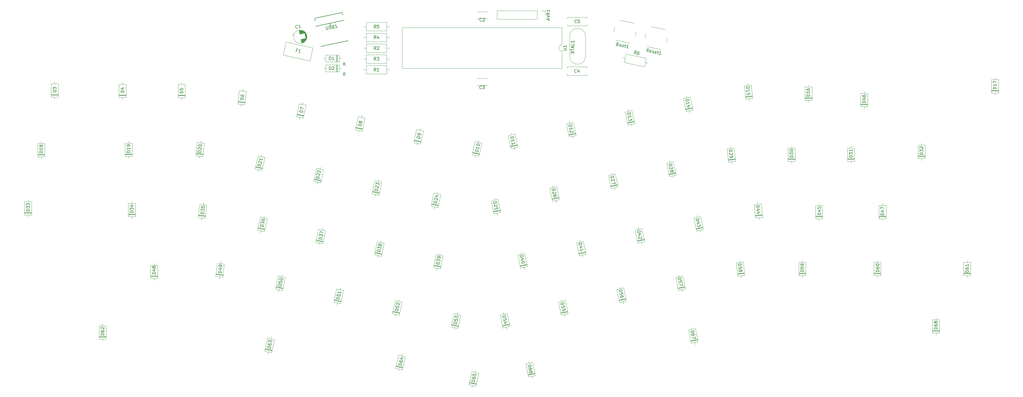
<source format=gbr>
%TF.GenerationSoftware,KiCad,Pcbnew,(5.1.6)-1*%
%TF.CreationDate,2020-08-11T10:36:00-07:00*%
%TF.ProjectId,sesame,73657361-6d65-42e6-9b69-6361645f7063,rev?*%
%TF.SameCoordinates,Original*%
%TF.FileFunction,Legend,Top*%
%TF.FilePolarity,Positive*%
%FSLAX46Y46*%
G04 Gerber Fmt 4.6, Leading zero omitted, Abs format (unit mm)*
G04 Created by KiCad (PCBNEW (5.1.6)-1) date 2020-08-11 10:36:00*
%MOMM*%
%LPD*%
G01*
G04 APERTURE LIST*
%ADD10C,0.120000*%
%ADD11C,0.150000*%
G04 APERTURE END LIST*
D10*
%TO.C,C1*%
X148723503Y-72887386D02*
X148806668Y-73278645D01*
X148569456Y-73124598D02*
X148960715Y-73041433D01*
X152996709Y-73026987D02*
X153150563Y-73750817D01*
X152922861Y-72871953D02*
X153146159Y-73922484D01*
X152857331Y-72756045D02*
X153133437Y-74055025D01*
X152796582Y-72662634D02*
X153115934Y-74165069D01*
X152738536Y-72581939D02*
X153095728Y-74262397D01*
X152682569Y-72511026D02*
X153073443Y-74349943D01*
X152628266Y-72447937D02*
X153049495Y-74429664D01*
X152575210Y-72390718D02*
X153024299Y-74503517D01*
X152523193Y-72338389D02*
X152998064Y-74572478D01*
X152472009Y-72289973D02*
X152970997Y-74637527D01*
X152421656Y-72245470D02*
X152943098Y-74698664D01*
X152372134Y-72204879D02*
X152914368Y-74755888D01*
X152323236Y-72167222D02*
X152885014Y-74810177D01*
X152739645Y-74318660D02*
X152855244Y-74862510D01*
X152274754Y-72131522D02*
X152390353Y-72675372D01*
X152700519Y-74326977D02*
X152824850Y-74911909D01*
X152226896Y-72098756D02*
X152351227Y-72683689D01*
X152661393Y-74335293D02*
X152794041Y-74959351D01*
X152179454Y-72067947D02*
X152312101Y-72692005D01*
X152622267Y-74343609D02*
X152762816Y-75004837D01*
X152132427Y-72039094D02*
X152272976Y-72700322D01*
X152583141Y-74351926D02*
X152731174Y-75048367D01*
X152085817Y-72012197D02*
X152233850Y-72708638D01*
X152544015Y-74360242D02*
X152699325Y-75090919D01*
X152039414Y-71986278D02*
X152194724Y-72716954D01*
X152504890Y-74368559D02*
X152666853Y-75130536D01*
X151993635Y-71963294D02*
X152155598Y-72725271D01*
X152465764Y-74376875D02*
X152634172Y-75169175D01*
X151948063Y-71941288D02*
X152116472Y-72733587D01*
X152426638Y-74385192D02*
X152601284Y-75206836D01*
X151902700Y-71920260D02*
X152077346Y-72741904D01*
X152387512Y-74393508D02*
X152567979Y-75242540D01*
X151857753Y-71901188D02*
X152038220Y-72750220D01*
X152348386Y-74401825D02*
X152534467Y-75277267D01*
X151813013Y-71883095D02*
X151999094Y-72758537D01*
X152309260Y-74410141D02*
X152500539Y-75310037D01*
X151768690Y-71866957D02*
X151959968Y-72766853D01*
X152270134Y-74418458D02*
X152466611Y-75342807D01*
X151724366Y-71850820D02*
X151920842Y-72775170D01*
X152231008Y-74426774D02*
X152432267Y-75373621D01*
X151680458Y-71836639D02*
X151881717Y-72783486D01*
X152191882Y-74435091D02*
X152397715Y-75403457D01*
X151636758Y-71823437D02*
X151842591Y-72791803D01*
X152152756Y-74443407D02*
X152362955Y-75432314D01*
X151593266Y-71811212D02*
X151803465Y-72800119D01*
X152113630Y-74451724D02*
X152327780Y-75459216D01*
X151550190Y-71800944D02*
X151764339Y-72808436D01*
X152074505Y-74460040D02*
X152292604Y-75486117D01*
X151507114Y-71790675D02*
X151725213Y-72816752D01*
X152035379Y-74468356D02*
X152257220Y-75512040D01*
X151464245Y-71781385D02*
X151686087Y-72825069D01*
X151996253Y-74476673D02*
X152221629Y-75536985D01*
X151421585Y-71773073D02*
X151646961Y-72833385D01*
X151957127Y-74484989D02*
X152185830Y-75560952D01*
X151379132Y-71765739D02*
X151607835Y-72841701D01*
X151918001Y-74493306D02*
X152149615Y-75582962D01*
X151337096Y-71760361D02*
X151568709Y-72850018D01*
X151877897Y-74501830D02*
X152112421Y-75605181D01*
X151294081Y-71755192D02*
X151528605Y-72858542D01*
X151838771Y-74510147D02*
X152076206Y-75627191D01*
X151252044Y-71749814D02*
X151489479Y-72866859D01*
X151799645Y-74518463D02*
X152039575Y-75647246D01*
X151210423Y-71746393D02*
X151450353Y-72875175D01*
X151760519Y-74526780D02*
X152002736Y-75666322D01*
X151169010Y-71743950D02*
X151411228Y-72883492D01*
X151721393Y-74535096D02*
X151965897Y-75685398D01*
X151127597Y-71741507D02*
X151372102Y-72891808D01*
X151682267Y-74543413D02*
X151928643Y-75702518D01*
X151086600Y-71741020D02*
X151332976Y-72900125D01*
X151643141Y-74551729D02*
X151891388Y-75719637D01*
X151045603Y-71740533D02*
X151293850Y-72908441D01*
X151604016Y-74560046D02*
X151853925Y-75735779D01*
X151004814Y-71741024D02*
X151254724Y-72916758D01*
X151564890Y-74568362D02*
X151816463Y-75751921D01*
X150964025Y-71741515D02*
X151215598Y-72925074D01*
X151525764Y-74576678D02*
X151778584Y-75766106D01*
X150923651Y-71743963D02*
X151176472Y-72933391D01*
X151486638Y-74584995D02*
X151740706Y-75780291D01*
X150883278Y-71746411D02*
X151137346Y-72941707D01*
X151447512Y-74593311D02*
X151702620Y-75793499D01*
X150843113Y-71749836D02*
X151098220Y-72950023D01*
X151408386Y-74601628D02*
X151664325Y-75805728D01*
X150803155Y-71754240D02*
X151059094Y-72958340D01*
X151369260Y-74609944D02*
X151625823Y-75816978D01*
X150763405Y-71759622D02*
X151019968Y-72966656D01*
X151330134Y-74618261D02*
X151587321Y-75828229D01*
X150723656Y-71765004D02*
X150980843Y-72974973D01*
X150684114Y-71771364D02*
X150941717Y-72983289D01*
X151291008Y-74626577D02*
X151548611Y-75838502D01*
X150644780Y-71778703D02*
X150902591Y-72991606D01*
X151251882Y-74634894D02*
X151509693Y-75847797D01*
X150605654Y-71787019D02*
X150863465Y-72999922D01*
X151212757Y-74643210D02*
X151470567Y-75856113D01*
X153158111Y-73821566D02*
G75*
G03*
X153158111Y-73821566I-2120000J0D01*
G01*
%TO.C,AVR1*%
X213681000Y-65535500D02*
X213681000Y-68195500D01*
X226441000Y-65535500D02*
X213681000Y-65535500D01*
X226441000Y-68195500D02*
X213681000Y-68195500D01*
X226441000Y-65535500D02*
X226441000Y-68195500D01*
X227711000Y-65535500D02*
X229041000Y-65535500D01*
X229041000Y-65535500D02*
X229041000Y-66865500D01*
%TO.C,D60*%
X333652000Y-149948000D02*
X335892000Y-149948000D01*
X335892000Y-149948000D02*
X335892000Y-145708000D01*
X335892000Y-145708000D02*
X333652000Y-145708000D01*
X333652000Y-145708000D02*
X333652000Y-149948000D01*
X334772000Y-150598000D02*
X334772000Y-149948000D01*
X334772000Y-145058000D02*
X334772000Y-145708000D01*
X333652000Y-149228000D02*
X335892000Y-149228000D01*
X333652000Y-149108000D02*
X335892000Y-149108000D01*
X333652000Y-149348000D02*
X335892000Y-149348000D01*
%TO.C,U1*%
X234375000Y-76406500D02*
X234375000Y-70946500D01*
X234375000Y-70946500D02*
X183455000Y-70946500D01*
X183455000Y-70946500D02*
X183455000Y-83866500D01*
X183455000Y-83866500D02*
X234375000Y-83866500D01*
X234375000Y-83866500D02*
X234375000Y-78406500D01*
X234375000Y-78406500D02*
G75*
G02*
X234375000Y-76406500I0J1000000D01*
G01*
%TO.C,XTAL1*%
X241856500Y-73662000D02*
X241856500Y-80062000D01*
X236806500Y-73662000D02*
X236806500Y-80062000D01*
X236806500Y-80062000D02*
G75*
G03*
X241856500Y-80062000I2525000J0D01*
G01*
X236806500Y-73662000D02*
G75*
G02*
X241856500Y-73662000I2525000J0D01*
G01*
D11*
%TO.C,USB1*%
X165051933Y-68570908D02*
X156004067Y-70494092D01*
X166289902Y-75116558D02*
X157535481Y-76977368D01*
X155782053Y-68752186D02*
X155628931Y-68007754D01*
X164383352Y-66146945D02*
X155628931Y-68007754D01*
X164383352Y-66146945D02*
X164546256Y-66889297D01*
X160528000Y-69532500D02*
X160792048Y-70774747D01*
D10*
%TO.C,Reset1*%
X261454633Y-76961723D02*
X265856298Y-77897326D01*
X261063596Y-72789243D02*
X260751728Y-74256465D01*
X267207723Y-71539367D02*
X262806059Y-70603764D01*
X267598761Y-75711847D02*
X267910629Y-74244625D01*
%TO.C,R6*%
X254785286Y-79300258D02*
X254215608Y-81980382D01*
X254215608Y-81980382D02*
X260612693Y-83340125D01*
X260612693Y-83340125D02*
X261182371Y-80660000D01*
X261182371Y-80660000D02*
X254785286Y-79300258D01*
X253747274Y-80480228D02*
X254500447Y-80640320D01*
X261650706Y-82160155D02*
X260897532Y-82000063D01*
%TO.C,R5*%
X172053500Y-69242000D02*
X172053500Y-71982000D01*
X172053500Y-71982000D02*
X178593500Y-71982000D01*
X178593500Y-71982000D02*
X178593500Y-69242000D01*
X178593500Y-69242000D02*
X172053500Y-69242000D01*
X171283500Y-70612000D02*
X172053500Y-70612000D01*
X179363500Y-70612000D02*
X178593500Y-70612000D01*
%TO.C,R4*%
X172053500Y-72671000D02*
X172053500Y-75411000D01*
X172053500Y-75411000D02*
X178593500Y-75411000D01*
X178593500Y-75411000D02*
X178593500Y-72671000D01*
X178593500Y-72671000D02*
X172053500Y-72671000D01*
X171283500Y-74041000D02*
X172053500Y-74041000D01*
X179363500Y-74041000D02*
X178593500Y-74041000D01*
%TO.C,R3*%
X172053500Y-79529000D02*
X172053500Y-82269000D01*
X172053500Y-82269000D02*
X178593500Y-82269000D01*
X178593500Y-82269000D02*
X178593500Y-79529000D01*
X178593500Y-79529000D02*
X172053500Y-79529000D01*
X171283500Y-80899000D02*
X172053500Y-80899000D01*
X179363500Y-80899000D02*
X178593500Y-80899000D01*
%TO.C,R2*%
X172053500Y-76100000D02*
X172053500Y-78840000D01*
X172053500Y-78840000D02*
X178593500Y-78840000D01*
X178593500Y-78840000D02*
X178593500Y-76100000D01*
X178593500Y-76100000D02*
X172053500Y-76100000D01*
X171283500Y-77470000D02*
X172053500Y-77470000D01*
X179363500Y-77470000D02*
X178593500Y-77470000D01*
%TO.C,R1*%
X172053500Y-82958000D02*
X172053500Y-85698000D01*
X172053500Y-85698000D02*
X178593500Y-85698000D01*
X178593500Y-85698000D02*
X178593500Y-82958000D01*
X178593500Y-82958000D02*
X172053500Y-82958000D01*
X171283500Y-84328000D02*
X172053500Y-84328000D01*
X179363500Y-84328000D02*
X178593500Y-84328000D01*
%TO.C,F1*%
X146478763Y-75523849D02*
X155027773Y-77340997D01*
X146478763Y-75523849D02*
X145597217Y-79671195D01*
X154146227Y-81488343D02*
X155027773Y-77340997D01*
X154146227Y-81488343D02*
X145597217Y-79671195D01*
%TO.C,D68*%
X352321000Y-168236000D02*
X354561000Y-168236000D01*
X354561000Y-168236000D02*
X354561000Y-163996000D01*
X354561000Y-163996000D02*
X352321000Y-163996000D01*
X352321000Y-163996000D02*
X352321000Y-168236000D01*
X353441000Y-168886000D02*
X353441000Y-168236000D01*
X353441000Y-163346000D02*
X353441000Y-163996000D01*
X352321000Y-167516000D02*
X354561000Y-167516000D01*
X352321000Y-167396000D02*
X354561000Y-167396000D01*
X352321000Y-167636000D02*
X354561000Y-167636000D01*
%TO.C,D67*%
X275540104Y-171426792D02*
X277731155Y-170961069D01*
X277731155Y-170961069D02*
X276849609Y-166813724D01*
X276849609Y-166813724D02*
X274658558Y-167279446D01*
X274658558Y-167279446D02*
X275540104Y-171426792D01*
X276770772Y-171829726D02*
X276635629Y-171193931D01*
X275618941Y-166410789D02*
X275754084Y-167046585D01*
X275390408Y-170722525D02*
X277581458Y-170256803D01*
X275365458Y-170605148D02*
X277556509Y-170139425D01*
X275415357Y-170839903D02*
X277606408Y-170374181D01*
%TO.C,D66*%
X223724104Y-182221792D02*
X225915155Y-181756069D01*
X225915155Y-181756069D02*
X225033609Y-177608724D01*
X225033609Y-177608724D02*
X222842558Y-178074446D01*
X222842558Y-178074446D02*
X223724104Y-182221792D01*
X224954772Y-182624726D02*
X224819629Y-181988931D01*
X223802941Y-177205789D02*
X223938084Y-177841585D01*
X223574408Y-181517525D02*
X225765458Y-181051803D01*
X223549458Y-181400148D02*
X225740509Y-180934425D01*
X223599357Y-181634903D02*
X225790408Y-181169181D01*
%TO.C,D65*%
X204741845Y-184677069D02*
X206932896Y-185142792D01*
X206932896Y-185142792D02*
X207814442Y-180995446D01*
X207814442Y-180995446D02*
X205623391Y-180529724D01*
X205623391Y-180529724D02*
X204741845Y-184677069D01*
X205702228Y-185545726D02*
X205837371Y-184909931D01*
X206854059Y-180126789D02*
X206718916Y-180762585D01*
X204891542Y-183972803D02*
X207082592Y-184438525D01*
X204916491Y-183855425D02*
X207107542Y-184321148D01*
X204866592Y-184090181D02*
X207057643Y-184555903D01*
%TO.C,D64*%
X181373845Y-179470069D02*
X183564896Y-179935792D01*
X183564896Y-179935792D02*
X184446442Y-175788446D01*
X184446442Y-175788446D02*
X182255391Y-175322724D01*
X182255391Y-175322724D02*
X181373845Y-179470069D01*
X182334228Y-180338726D02*
X182469371Y-179702931D01*
X183486059Y-174919789D02*
X183350916Y-175555585D01*
X181523542Y-178765803D02*
X183714592Y-179231525D01*
X181548491Y-178648425D02*
X183739542Y-179114148D01*
X181498592Y-178883181D02*
X183689643Y-179348903D01*
%TO.C,D63*%
X139717845Y-174009069D02*
X141908896Y-174474792D01*
X141908896Y-174474792D02*
X142790442Y-170327446D01*
X142790442Y-170327446D02*
X140599391Y-169861724D01*
X140599391Y-169861724D02*
X139717845Y-174009069D01*
X140678228Y-174877726D02*
X140813371Y-174241931D01*
X141830059Y-169458789D02*
X141694916Y-170094585D01*
X139867542Y-173304803D02*
X142058592Y-173770525D01*
X139892491Y-173187425D02*
X142083542Y-173653148D01*
X139842592Y-173422181D02*
X142033643Y-173887903D01*
%TO.C,D62*%
X87018000Y-170141000D02*
X89258000Y-170141000D01*
X89258000Y-170141000D02*
X89258000Y-165901000D01*
X89258000Y-165901000D02*
X87018000Y-165901000D01*
X87018000Y-165901000D02*
X87018000Y-170141000D01*
X88138000Y-170791000D02*
X88138000Y-170141000D01*
X88138000Y-165251000D02*
X88138000Y-165901000D01*
X87018000Y-169421000D02*
X89258000Y-169421000D01*
X87018000Y-169301000D02*
X89258000Y-169301000D01*
X87018000Y-169541000D02*
X89258000Y-169541000D01*
%TO.C,D61*%
X362227000Y-149948000D02*
X364467000Y-149948000D01*
X364467000Y-149948000D02*
X364467000Y-145708000D01*
X364467000Y-145708000D02*
X362227000Y-145708000D01*
X362227000Y-145708000D02*
X362227000Y-149948000D01*
X363347000Y-150598000D02*
X363347000Y-149948000D01*
X363347000Y-145058000D02*
X363347000Y-145708000D01*
X362227000Y-149228000D02*
X364467000Y-149228000D01*
X362227000Y-149108000D02*
X364467000Y-149108000D01*
X362227000Y-149348000D02*
X364467000Y-149348000D01*
%TO.C,D59*%
X309776000Y-149948000D02*
X312016000Y-149948000D01*
X312016000Y-149948000D02*
X312016000Y-145708000D01*
X312016000Y-145708000D02*
X309776000Y-145708000D01*
X309776000Y-145708000D02*
X309776000Y-149948000D01*
X310896000Y-150598000D02*
X310896000Y-149948000D01*
X310896000Y-145058000D02*
X310896000Y-145708000D01*
X309776000Y-149228000D02*
X312016000Y-149228000D01*
X309776000Y-149108000D02*
X312016000Y-149108000D01*
X309776000Y-149348000D02*
X312016000Y-149348000D01*
%TO.C,D58*%
X290301482Y-150074330D02*
X292529211Y-149840186D01*
X292529211Y-149840186D02*
X292086011Y-145623413D01*
X292086011Y-145623413D02*
X289858282Y-145857557D01*
X289858282Y-145857557D02*
X290301482Y-150074330D01*
X291483290Y-150603697D02*
X291415347Y-149957258D01*
X290904203Y-145094046D02*
X290972146Y-145740485D01*
X290226222Y-149358274D02*
X292453951Y-149124130D01*
X290213678Y-149238931D02*
X292441408Y-149004788D01*
X290238765Y-149477617D02*
X292466494Y-149243473D01*
%TO.C,D57*%
X271476104Y-154662792D02*
X273667155Y-154197069D01*
X273667155Y-154197069D02*
X272785609Y-150049724D01*
X272785609Y-150049724D02*
X270594558Y-150515446D01*
X270594558Y-150515446D02*
X271476104Y-154662792D01*
X272706772Y-155065726D02*
X272571629Y-154429931D01*
X271554941Y-149646789D02*
X271690084Y-150282585D01*
X271326408Y-153958525D02*
X273517458Y-153492803D01*
X271301458Y-153841148D02*
X273492509Y-153375425D01*
X271351357Y-154075903D02*
X273542408Y-153610181D01*
%TO.C,D56*%
X252680104Y-158472792D02*
X254871155Y-158007069D01*
X254871155Y-158007069D02*
X253989609Y-153859724D01*
X253989609Y-153859724D02*
X251798558Y-154325446D01*
X251798558Y-154325446D02*
X252680104Y-158472792D01*
X253910772Y-158875726D02*
X253775629Y-158239931D01*
X252758941Y-153456789D02*
X252894084Y-154092585D01*
X252530408Y-157768525D02*
X254721458Y-157302803D01*
X252505458Y-157651148D02*
X254696509Y-157185425D01*
X252555357Y-157885903D02*
X254746408Y-157420181D01*
%TO.C,D55*%
X234138104Y-162536792D02*
X236329155Y-162071069D01*
X236329155Y-162071069D02*
X235447609Y-157923724D01*
X235447609Y-157923724D02*
X233256558Y-158389446D01*
X233256558Y-158389446D02*
X234138104Y-162536792D01*
X235368772Y-162939726D02*
X235233629Y-162303931D01*
X234216941Y-157520789D02*
X234352084Y-158156585D01*
X233988408Y-161832525D02*
X236179458Y-161366803D01*
X233963458Y-161715148D02*
X236154509Y-161249425D01*
X234013357Y-161949903D02*
X236204408Y-161484181D01*
%TO.C,D54*%
X215596104Y-166600792D02*
X217787155Y-166135069D01*
X217787155Y-166135069D02*
X216905609Y-161987724D01*
X216905609Y-161987724D02*
X214714558Y-162453446D01*
X214714558Y-162453446D02*
X215596104Y-166600792D01*
X216826772Y-167003726D02*
X216691629Y-166367931D01*
X215674941Y-161584789D02*
X215810084Y-162220585D01*
X215446408Y-165896525D02*
X217637458Y-165430803D01*
X215421458Y-165779148D02*
X217612509Y-165313425D01*
X215471357Y-166013903D02*
X217662408Y-165548181D01*
%TO.C,D53*%
X199026845Y-166262069D02*
X201217896Y-166727792D01*
X201217896Y-166727792D02*
X202099442Y-162580446D01*
X202099442Y-162580446D02*
X199908391Y-162114724D01*
X199908391Y-162114724D02*
X199026845Y-166262069D01*
X199987228Y-167130726D02*
X200122371Y-166494931D01*
X201139059Y-161711789D02*
X201003916Y-162347585D01*
X199176542Y-165557803D02*
X201367592Y-166023525D01*
X199201491Y-165440425D02*
X201392542Y-165906148D01*
X199151592Y-165675181D02*
X201342643Y-166140903D01*
%TO.C,D52*%
X180357845Y-162071069D02*
X182548896Y-162536792D01*
X182548896Y-162536792D02*
X183430442Y-158389446D01*
X183430442Y-158389446D02*
X181239391Y-157923724D01*
X181239391Y-157923724D02*
X180357845Y-162071069D01*
X181318228Y-162939726D02*
X181453371Y-162303931D01*
X182470059Y-157520789D02*
X182334916Y-158156585D01*
X180507542Y-161366803D02*
X182698592Y-161832525D01*
X180532491Y-161249425D02*
X182723542Y-161715148D01*
X180482592Y-161484181D02*
X182673643Y-161949903D01*
%TO.C,D51*%
X161688845Y-158388069D02*
X163879896Y-158853792D01*
X163879896Y-158853792D02*
X164761442Y-154706446D01*
X164761442Y-154706446D02*
X162570391Y-154240724D01*
X162570391Y-154240724D02*
X161688845Y-158388069D01*
X162649228Y-159256726D02*
X162784371Y-158620931D01*
X163801059Y-153837789D02*
X163665916Y-154473585D01*
X161838542Y-157683803D02*
X164029592Y-158149525D01*
X161863491Y-157566425D02*
X164054542Y-158032148D01*
X161813592Y-157801181D02*
X164004643Y-158266903D01*
%TO.C,D50*%
X143146845Y-154197069D02*
X145337896Y-154662792D01*
X145337896Y-154662792D02*
X146219442Y-150515446D01*
X146219442Y-150515446D02*
X144028391Y-150049724D01*
X144028391Y-150049724D02*
X143146845Y-154197069D01*
X144107228Y-155065726D02*
X144242371Y-154429931D01*
X145259059Y-149646789D02*
X145123916Y-150282585D01*
X143296542Y-153492803D02*
X145487592Y-153958525D01*
X143321491Y-153375425D02*
X145512542Y-153841148D01*
X143271592Y-153610181D02*
X145462643Y-154075903D01*
%TO.C,D49*%
X124157789Y-150221186D02*
X126385518Y-150455330D01*
X126385518Y-150455330D02*
X126828718Y-146238557D01*
X126828718Y-146238557D02*
X124600989Y-146004413D01*
X124600989Y-146004413D02*
X124157789Y-150221186D01*
X125203710Y-150984697D02*
X125271653Y-150338258D01*
X125782797Y-145475046D02*
X125714854Y-146121485D01*
X124233049Y-149505130D02*
X126460778Y-149739274D01*
X124245592Y-149385788D02*
X126473322Y-149619931D01*
X124220506Y-149624473D02*
X126448235Y-149858617D01*
%TO.C,D48*%
X103401000Y-150837000D02*
X105641000Y-150837000D01*
X105641000Y-150837000D02*
X105641000Y-146597000D01*
X105641000Y-146597000D02*
X103401000Y-146597000D01*
X103401000Y-146597000D02*
X103401000Y-150837000D01*
X104521000Y-151487000D02*
X104521000Y-150837000D01*
X104521000Y-145947000D02*
X104521000Y-146597000D01*
X103401000Y-150117000D02*
X105641000Y-150117000D01*
X103401000Y-149997000D02*
X105641000Y-149997000D01*
X103401000Y-150237000D02*
X105641000Y-150237000D01*
%TO.C,D47*%
X335303000Y-131787000D02*
X337543000Y-131787000D01*
X337543000Y-131787000D02*
X337543000Y-127547000D01*
X337543000Y-127547000D02*
X335303000Y-127547000D01*
X335303000Y-127547000D02*
X335303000Y-131787000D01*
X336423000Y-132437000D02*
X336423000Y-131787000D01*
X336423000Y-126897000D02*
X336423000Y-127547000D01*
X335303000Y-131067000D02*
X337543000Y-131067000D01*
X335303000Y-130947000D02*
X337543000Y-130947000D01*
X335303000Y-131187000D02*
X337543000Y-131187000D01*
%TO.C,D45*%
X315110000Y-131787000D02*
X317350000Y-131787000D01*
X317350000Y-131787000D02*
X317350000Y-127547000D01*
X317350000Y-127547000D02*
X315110000Y-127547000D01*
X315110000Y-127547000D02*
X315110000Y-131787000D01*
X316230000Y-132437000D02*
X316230000Y-131787000D01*
X316230000Y-126897000D02*
X316230000Y-127547000D01*
X315110000Y-131067000D02*
X317350000Y-131067000D01*
X315110000Y-130947000D02*
X317350000Y-130947000D01*
X315110000Y-131187000D02*
X317350000Y-131187000D01*
%TO.C,D44*%
X296016482Y-131532330D02*
X298244211Y-131298186D01*
X298244211Y-131298186D02*
X297801011Y-127081413D01*
X297801011Y-127081413D02*
X295573282Y-127315557D01*
X295573282Y-127315557D02*
X296016482Y-131532330D01*
X297198290Y-132061697D02*
X297130347Y-131415258D01*
X296619203Y-126552046D02*
X296687146Y-127198485D01*
X295941222Y-130816274D02*
X298168951Y-130582130D01*
X295928678Y-130696931D02*
X298156408Y-130462788D01*
X295953765Y-130935617D02*
X298181494Y-130701473D01*
%TO.C,D43*%
X277191104Y-135739792D02*
X279382155Y-135274069D01*
X279382155Y-135274069D02*
X278500609Y-131126724D01*
X278500609Y-131126724D02*
X276309558Y-131592446D01*
X276309558Y-131592446D02*
X277191104Y-135739792D01*
X278421772Y-136142726D02*
X278286629Y-135506931D01*
X277269941Y-130723789D02*
X277405084Y-131359585D01*
X277041408Y-135035525D02*
X279232458Y-134569803D01*
X277016458Y-134918148D02*
X279207509Y-134452425D01*
X277066357Y-135152903D02*
X279257408Y-134687181D01*
%TO.C,D42*%
X258522104Y-139549792D02*
X260713155Y-139084069D01*
X260713155Y-139084069D02*
X259831609Y-134936724D01*
X259831609Y-134936724D02*
X257640558Y-135402446D01*
X257640558Y-135402446D02*
X258522104Y-139549792D01*
X259752772Y-139952726D02*
X259617629Y-139316931D01*
X258600941Y-134533789D02*
X258736084Y-135169585D01*
X258372408Y-138845525D02*
X260563458Y-138379803D01*
X258347458Y-138728148D02*
X260538509Y-138262425D01*
X258397357Y-138962903D02*
X260588408Y-138497181D01*
%TO.C,D41*%
X239853104Y-143613792D02*
X242044155Y-143148069D01*
X242044155Y-143148069D02*
X241162609Y-139000724D01*
X241162609Y-139000724D02*
X238971558Y-139466446D01*
X238971558Y-139466446D02*
X239853104Y-143613792D01*
X241083772Y-144016726D02*
X240948629Y-143380931D01*
X239931941Y-138597789D02*
X240067084Y-139233585D01*
X239703408Y-142909525D02*
X241894458Y-142443803D01*
X239678458Y-142792148D02*
X241869509Y-142326425D01*
X239728357Y-143026903D02*
X241919408Y-142561181D01*
%TO.C,D40*%
X221184104Y-147550792D02*
X223375155Y-147085069D01*
X223375155Y-147085069D02*
X222493609Y-142937724D01*
X222493609Y-142937724D02*
X220302558Y-143403446D01*
X220302558Y-143403446D02*
X221184104Y-147550792D01*
X222414772Y-147953726D02*
X222279629Y-147317931D01*
X221262941Y-142534789D02*
X221398084Y-143170585D01*
X221034408Y-146846525D02*
X223225458Y-146380803D01*
X221009458Y-146729148D02*
X223200509Y-146263425D01*
X221059357Y-146963903D02*
X223250408Y-146498181D01*
%TO.C,D39*%
X193438845Y-147339069D02*
X195629896Y-147804792D01*
X195629896Y-147804792D02*
X196511442Y-143657446D01*
X196511442Y-143657446D02*
X194320391Y-143191724D01*
X194320391Y-143191724D02*
X193438845Y-147339069D01*
X194399228Y-148207726D02*
X194534371Y-147571931D01*
X195551059Y-142788789D02*
X195415916Y-143424585D01*
X193588542Y-146634803D02*
X195779592Y-147100525D01*
X193613491Y-146517425D02*
X195804542Y-146983148D01*
X193563592Y-146752181D02*
X195754643Y-147217903D01*
%TO.C,D38*%
X174642845Y-143275069D02*
X176833896Y-143740792D01*
X176833896Y-143740792D02*
X177715442Y-139593446D01*
X177715442Y-139593446D02*
X175524391Y-139127724D01*
X175524391Y-139127724D02*
X174642845Y-143275069D01*
X175603228Y-144143726D02*
X175738371Y-143507931D01*
X176755059Y-138724789D02*
X176619916Y-139360585D01*
X174792542Y-142570803D02*
X176983592Y-143036525D01*
X174817491Y-142453425D02*
X177008542Y-142919148D01*
X174767592Y-142688181D02*
X176958643Y-143153903D01*
%TO.C,D37*%
X155973845Y-139338069D02*
X158164896Y-139803792D01*
X158164896Y-139803792D02*
X159046442Y-135656446D01*
X159046442Y-135656446D02*
X156855391Y-135190724D01*
X156855391Y-135190724D02*
X155973845Y-139338069D01*
X156934228Y-140206726D02*
X157069371Y-139570931D01*
X158086059Y-134787789D02*
X157950916Y-135423585D01*
X156123542Y-138633803D02*
X158314592Y-139099525D01*
X156148491Y-138516425D02*
X158339542Y-138982148D01*
X156098592Y-138751181D02*
X158289643Y-139216903D01*
%TO.C,D36*%
X137431845Y-135401069D02*
X139622896Y-135866792D01*
X139622896Y-135866792D02*
X140504442Y-131719446D01*
X140504442Y-131719446D02*
X138313391Y-131253724D01*
X138313391Y-131253724D02*
X137431845Y-135401069D01*
X138392228Y-136269726D02*
X138527371Y-135633931D01*
X139544059Y-130850789D02*
X139408916Y-131486585D01*
X137581542Y-134696803D02*
X139772592Y-135162525D01*
X137606491Y-134579425D02*
X139797542Y-135045148D01*
X137556592Y-134814181D02*
X139747643Y-135279903D01*
%TO.C,D35*%
X118569789Y-131425186D02*
X120797518Y-131659330D01*
X120797518Y-131659330D02*
X121240718Y-127442557D01*
X121240718Y-127442557D02*
X119012989Y-127208413D01*
X119012989Y-127208413D02*
X118569789Y-131425186D01*
X119615710Y-132188697D02*
X119683653Y-131542258D01*
X120194797Y-126679046D02*
X120126854Y-127325485D01*
X118645049Y-130709130D02*
X120872778Y-130943274D01*
X118657592Y-130589788D02*
X120885322Y-130823931D01*
X118632506Y-130828473D02*
X120860235Y-131062617D01*
%TO.C,D34*%
X96289000Y-131152000D02*
X98529000Y-131152000D01*
X98529000Y-131152000D02*
X98529000Y-126912000D01*
X98529000Y-126912000D02*
X96289000Y-126912000D01*
X96289000Y-126912000D02*
X96289000Y-131152000D01*
X97409000Y-131802000D02*
X97409000Y-131152000D01*
X97409000Y-126262000D02*
X97409000Y-126912000D01*
X96289000Y-130432000D02*
X98529000Y-130432000D01*
X96289000Y-130312000D02*
X98529000Y-130312000D01*
X96289000Y-130552000D02*
X98529000Y-130552000D01*
%TO.C,D33*%
X63269000Y-130644000D02*
X65509000Y-130644000D01*
X65509000Y-130644000D02*
X65509000Y-126404000D01*
X65509000Y-126404000D02*
X63269000Y-126404000D01*
X63269000Y-126404000D02*
X63269000Y-130644000D01*
X64389000Y-131294000D02*
X64389000Y-130644000D01*
X64389000Y-125754000D02*
X64389000Y-126404000D01*
X63269000Y-129924000D02*
X65509000Y-129924000D01*
X63269000Y-129804000D02*
X65509000Y-129804000D01*
X63269000Y-130044000D02*
X65509000Y-130044000D01*
%TO.C,D32*%
X347749000Y-112610000D02*
X349989000Y-112610000D01*
X349989000Y-112610000D02*
X349989000Y-108370000D01*
X349989000Y-108370000D02*
X347749000Y-108370000D01*
X347749000Y-108370000D02*
X347749000Y-112610000D01*
X348869000Y-113260000D02*
X348869000Y-112610000D01*
X348869000Y-107720000D02*
X348869000Y-108370000D01*
X347749000Y-111890000D02*
X349989000Y-111890000D01*
X347749000Y-111770000D02*
X349989000Y-111770000D01*
X347749000Y-112010000D02*
X349989000Y-112010000D01*
%TO.C,D31*%
X325270000Y-113499000D02*
X327510000Y-113499000D01*
X327510000Y-113499000D02*
X327510000Y-109259000D01*
X327510000Y-109259000D02*
X325270000Y-109259000D01*
X325270000Y-109259000D02*
X325270000Y-113499000D01*
X326390000Y-114149000D02*
X326390000Y-113499000D01*
X326390000Y-108609000D02*
X326390000Y-109259000D01*
X325270000Y-112779000D02*
X327510000Y-112779000D01*
X325270000Y-112659000D02*
X327510000Y-112659000D01*
X325270000Y-112899000D02*
X327510000Y-112899000D01*
%TO.C,D30*%
X306347000Y-113499000D02*
X308587000Y-113499000D01*
X308587000Y-113499000D02*
X308587000Y-109259000D01*
X308587000Y-109259000D02*
X306347000Y-109259000D01*
X306347000Y-109259000D02*
X306347000Y-113499000D01*
X307467000Y-114149000D02*
X307467000Y-113499000D01*
X307467000Y-108609000D02*
X307467000Y-109259000D01*
X306347000Y-112779000D02*
X308587000Y-112779000D01*
X306347000Y-112659000D02*
X308587000Y-112659000D01*
X306347000Y-112899000D02*
X308587000Y-112899000D01*
%TO.C,D29*%
X287380482Y-113752330D02*
X289608211Y-113518186D01*
X289608211Y-113518186D02*
X289165011Y-109301413D01*
X289165011Y-109301413D02*
X286937282Y-109535557D01*
X286937282Y-109535557D02*
X287380482Y-113752330D01*
X288562290Y-114281697D02*
X288494347Y-113635258D01*
X287983203Y-108772046D02*
X288051146Y-109418485D01*
X287305222Y-113036274D02*
X289532951Y-112802130D01*
X287292678Y-112916931D02*
X289520408Y-112682788D01*
X287317765Y-113155617D02*
X289545494Y-112921473D01*
%TO.C,D28*%
X268555104Y-118340792D02*
X270746155Y-117875069D01*
X270746155Y-117875069D02*
X269864609Y-113727724D01*
X269864609Y-113727724D02*
X267673558Y-114193446D01*
X267673558Y-114193446D02*
X268555104Y-118340792D01*
X269785772Y-118743726D02*
X269650629Y-118107931D01*
X268633941Y-113324789D02*
X268769084Y-113960585D01*
X268405408Y-117636525D02*
X270596458Y-117170803D01*
X268380458Y-117519148D02*
X270571509Y-117053425D01*
X268430357Y-117753903D02*
X270621408Y-117288181D01*
%TO.C,D27*%
X250013104Y-122150792D02*
X252204155Y-121685069D01*
X252204155Y-121685069D02*
X251322609Y-117537724D01*
X251322609Y-117537724D02*
X249131558Y-118003446D01*
X249131558Y-118003446D02*
X250013104Y-122150792D01*
X251243772Y-122553726D02*
X251108629Y-121917931D01*
X250091941Y-117134789D02*
X250227084Y-117770585D01*
X249863408Y-121446525D02*
X252054458Y-120980803D01*
X249838458Y-121329148D02*
X252029509Y-120863425D01*
X249888357Y-121563903D02*
X252079408Y-121098181D01*
%TO.C,D26*%
X231344104Y-126214792D02*
X233535155Y-125749069D01*
X233535155Y-125749069D02*
X232653609Y-121601724D01*
X232653609Y-121601724D02*
X230462558Y-122067446D01*
X230462558Y-122067446D02*
X231344104Y-126214792D01*
X232574772Y-126617726D02*
X232439629Y-125981931D01*
X231422941Y-121198789D02*
X231558084Y-121834585D01*
X231194408Y-125510525D02*
X233385458Y-125044803D01*
X231169458Y-125393148D02*
X233360509Y-124927425D01*
X231219357Y-125627903D02*
X233410408Y-125162181D01*
%TO.C,D25*%
X212675104Y-130278792D02*
X214866155Y-129813069D01*
X214866155Y-129813069D02*
X213984609Y-125665724D01*
X213984609Y-125665724D02*
X211793558Y-126131446D01*
X211793558Y-126131446D02*
X212675104Y-130278792D01*
X213905772Y-130681726D02*
X213770629Y-130045931D01*
X212753941Y-125262789D02*
X212889084Y-125898585D01*
X212525408Y-129574525D02*
X214716458Y-129108803D01*
X212500458Y-129457148D02*
X214691509Y-128991425D01*
X212550357Y-129691903D02*
X214741408Y-129226181D01*
%TO.C,D24*%
X192676845Y-127781069D02*
X194867896Y-128246792D01*
X194867896Y-128246792D02*
X195749442Y-124099446D01*
X195749442Y-124099446D02*
X193558391Y-123633724D01*
X193558391Y-123633724D02*
X192676845Y-127781069D01*
X193637228Y-128649726D02*
X193772371Y-128013931D01*
X194789059Y-123230789D02*
X194653916Y-123866585D01*
X192826542Y-127076803D02*
X195017592Y-127542525D01*
X192851491Y-126959425D02*
X195042542Y-127425148D01*
X192801592Y-127194181D02*
X194992643Y-127659903D01*
%TO.C,D23*%
X173880845Y-123844069D02*
X176071896Y-124309792D01*
X176071896Y-124309792D02*
X176953442Y-120162446D01*
X176953442Y-120162446D02*
X174762391Y-119696724D01*
X174762391Y-119696724D02*
X173880845Y-123844069D01*
X174841228Y-124712726D02*
X174976371Y-124076931D01*
X175993059Y-119293789D02*
X175857916Y-119929585D01*
X174030542Y-123139803D02*
X176221592Y-123605525D01*
X174055491Y-123022425D02*
X176246542Y-123488148D01*
X174005592Y-123257181D02*
X176196643Y-123722903D01*
%TO.C,D22*%
X155338845Y-119907069D02*
X157529896Y-120372792D01*
X157529896Y-120372792D02*
X158411442Y-116225446D01*
X158411442Y-116225446D02*
X156220391Y-115759724D01*
X156220391Y-115759724D02*
X155338845Y-119907069D01*
X156299228Y-120775726D02*
X156434371Y-120139931D01*
X157451059Y-115356789D02*
X157315916Y-115992585D01*
X155488542Y-119202803D02*
X157679592Y-119668525D01*
X155513491Y-119085425D02*
X157704542Y-119551148D01*
X155463592Y-119320181D02*
X157654643Y-119785903D01*
%TO.C,D21*%
X136669845Y-115970069D02*
X138860896Y-116435792D01*
X138860896Y-116435792D02*
X139742442Y-112288446D01*
X139742442Y-112288446D02*
X137551391Y-111822724D01*
X137551391Y-111822724D02*
X136669845Y-115970069D01*
X137630228Y-116838726D02*
X137765371Y-116202931D01*
X138782059Y-111419789D02*
X138646916Y-112055585D01*
X136819542Y-115265803D02*
X139010592Y-115731525D01*
X136844491Y-115148425D02*
X139035542Y-115614148D01*
X136794592Y-115383181D02*
X138985643Y-115848903D01*
%TO.C,D20*%
X117807789Y-111740186D02*
X120035518Y-111974330D01*
X120035518Y-111974330D02*
X120478718Y-107757557D01*
X120478718Y-107757557D02*
X118250989Y-107523413D01*
X118250989Y-107523413D02*
X117807789Y-111740186D01*
X118853710Y-112503697D02*
X118921653Y-111857258D01*
X119432797Y-106994046D02*
X119364854Y-107640485D01*
X117883049Y-111024130D02*
X120110778Y-111258274D01*
X117895592Y-110904788D02*
X120123322Y-111138931D01*
X117870506Y-111143473D02*
X120098235Y-111377617D01*
%TO.C,D19*%
X95273000Y-111975000D02*
X97513000Y-111975000D01*
X97513000Y-111975000D02*
X97513000Y-107735000D01*
X97513000Y-107735000D02*
X95273000Y-107735000D01*
X95273000Y-107735000D02*
X95273000Y-111975000D01*
X96393000Y-112625000D02*
X96393000Y-111975000D01*
X96393000Y-107085000D02*
X96393000Y-107735000D01*
X95273000Y-111255000D02*
X97513000Y-111255000D01*
X95273000Y-111135000D02*
X97513000Y-111135000D01*
X95273000Y-111375000D02*
X97513000Y-111375000D01*
%TO.C,D18*%
X67460000Y-112102000D02*
X69700000Y-112102000D01*
X69700000Y-112102000D02*
X69700000Y-107862000D01*
X69700000Y-107862000D02*
X67460000Y-107862000D01*
X67460000Y-107862000D02*
X67460000Y-112102000D01*
X68580000Y-112752000D02*
X68580000Y-112102000D01*
X68580000Y-107212000D02*
X68580000Y-107862000D01*
X67460000Y-111382000D02*
X69700000Y-111382000D01*
X67460000Y-111262000D02*
X69700000Y-111262000D01*
X67460000Y-111502000D02*
X69700000Y-111502000D01*
%TO.C,D17*%
X371117000Y-91718500D02*
X373357000Y-91718500D01*
X373357000Y-91718500D02*
X373357000Y-87478500D01*
X373357000Y-87478500D02*
X371117000Y-87478500D01*
X371117000Y-87478500D02*
X371117000Y-91718500D01*
X372237000Y-92368500D02*
X372237000Y-91718500D01*
X372237000Y-86828500D02*
X372237000Y-87478500D01*
X371117000Y-90998500D02*
X373357000Y-90998500D01*
X371117000Y-90878500D02*
X373357000Y-90878500D01*
X371117000Y-91118500D02*
X373357000Y-91118500D01*
%TO.C,D46*%
X329461000Y-96100000D02*
X331701000Y-96100000D01*
X331701000Y-96100000D02*
X331701000Y-91860000D01*
X331701000Y-91860000D02*
X329461000Y-91860000D01*
X329461000Y-91860000D02*
X329461000Y-96100000D01*
X330581000Y-96750000D02*
X330581000Y-96100000D01*
X330581000Y-91210000D02*
X330581000Y-91860000D01*
X329461000Y-95380000D02*
X331701000Y-95380000D01*
X329461000Y-95260000D02*
X331701000Y-95260000D01*
X329461000Y-95500000D02*
X331701000Y-95500000D01*
%TO.C,D16*%
X311744500Y-94068000D02*
X313984500Y-94068000D01*
X313984500Y-94068000D02*
X313984500Y-89828000D01*
X313984500Y-89828000D02*
X311744500Y-89828000D01*
X311744500Y-89828000D02*
X311744500Y-94068000D01*
X312864500Y-94718000D02*
X312864500Y-94068000D01*
X312864500Y-89178000D02*
X312864500Y-89828000D01*
X311744500Y-93348000D02*
X313984500Y-93348000D01*
X311744500Y-93228000D02*
X313984500Y-93228000D01*
X311744500Y-93468000D02*
X313984500Y-93468000D01*
%TO.C,D15*%
X292841482Y-93686330D02*
X295069211Y-93452186D01*
X295069211Y-93452186D02*
X294626011Y-89235413D01*
X294626011Y-89235413D02*
X292398282Y-89469557D01*
X292398282Y-89469557D02*
X292841482Y-93686330D01*
X294023290Y-94215697D02*
X293955347Y-93569258D01*
X293444203Y-88706046D02*
X293512146Y-89352485D01*
X292766222Y-92970274D02*
X294993951Y-92736130D01*
X292753678Y-92850931D02*
X294981408Y-92616788D01*
X292778765Y-93089617D02*
X295006494Y-92855473D01*
%TO.C,D14*%
X273889104Y-97639792D02*
X276080155Y-97174069D01*
X276080155Y-97174069D02*
X275198609Y-93026724D01*
X275198609Y-93026724D02*
X273007558Y-93492446D01*
X273007558Y-93492446D02*
X273889104Y-97639792D01*
X275119772Y-98042726D02*
X274984629Y-97406931D01*
X273967941Y-92623789D02*
X274103084Y-93259585D01*
X273739408Y-96935525D02*
X275930458Y-96469803D01*
X273714458Y-96818148D02*
X275905509Y-96352425D01*
X273764357Y-97052903D02*
X275955408Y-96587181D01*
%TO.C,D13*%
X255347104Y-101957792D02*
X257538155Y-101492069D01*
X257538155Y-101492069D02*
X256656609Y-97344724D01*
X256656609Y-97344724D02*
X254465558Y-97810446D01*
X254465558Y-97810446D02*
X255347104Y-101957792D01*
X256577772Y-102360726D02*
X256442629Y-101724931D01*
X255425941Y-96941789D02*
X255561084Y-97577585D01*
X255197408Y-101253525D02*
X257388458Y-100787803D01*
X255172458Y-101136148D02*
X257363509Y-100670425D01*
X255222357Y-101370903D02*
X257413408Y-100905181D01*
%TO.C,D12*%
X236678104Y-105767792D02*
X238869155Y-105302069D01*
X238869155Y-105302069D02*
X237987609Y-101154724D01*
X237987609Y-101154724D02*
X235796558Y-101620446D01*
X235796558Y-101620446D02*
X236678104Y-105767792D01*
X237908772Y-106170726D02*
X237773629Y-105534931D01*
X236756941Y-100751789D02*
X236892084Y-101387585D01*
X236528408Y-105063525D02*
X238719458Y-104597803D01*
X236503458Y-104946148D02*
X238694509Y-104480425D01*
X236553357Y-105180903D02*
X238744408Y-104715181D01*
%TO.C,D11*%
X218136104Y-109450792D02*
X220327155Y-108985069D01*
X220327155Y-108985069D02*
X219445609Y-104837724D01*
X219445609Y-104837724D02*
X217254558Y-105303446D01*
X217254558Y-105303446D02*
X218136104Y-109450792D01*
X219366772Y-109853726D02*
X219231629Y-109217931D01*
X218214941Y-104434789D02*
X218350084Y-105070585D01*
X217986408Y-108746525D02*
X220177458Y-108280803D01*
X217961458Y-108629148D02*
X220152509Y-108163425D01*
X218011357Y-108863903D02*
X220202408Y-108398181D01*
%TO.C,D10*%
X205757845Y-111398069D02*
X207948896Y-111863792D01*
X207948896Y-111863792D02*
X208830442Y-107716446D01*
X208830442Y-107716446D02*
X206639391Y-107250724D01*
X206639391Y-107250724D02*
X205757845Y-111398069D01*
X206718228Y-112266726D02*
X206853371Y-111630931D01*
X207870059Y-106847789D02*
X207734916Y-107483585D01*
X205907542Y-110693803D02*
X208098592Y-111159525D01*
X205932491Y-110576425D02*
X208123542Y-111042148D01*
X205882592Y-110811181D02*
X208073643Y-111276903D01*
%TO.C,D9*%
X187152345Y-107524569D02*
X189343396Y-107990292D01*
X189343396Y-107990292D02*
X190224942Y-103842946D01*
X190224942Y-103842946D02*
X188033891Y-103377224D01*
X188033891Y-103377224D02*
X187152345Y-107524569D01*
X188112728Y-108393226D02*
X188247871Y-107757431D01*
X189264559Y-102974289D02*
X189129416Y-103610085D01*
X187302042Y-106820303D02*
X189493092Y-107286025D01*
X187326991Y-106702925D02*
X189518042Y-107168648D01*
X187277092Y-106937681D02*
X189468143Y-107403403D01*
%TO.C,D8*%
X168546845Y-103460569D02*
X170737896Y-103926292D01*
X170737896Y-103926292D02*
X171619442Y-99778946D01*
X171619442Y-99778946D02*
X169428391Y-99313224D01*
X169428391Y-99313224D02*
X168546845Y-103460569D01*
X169507228Y-104329226D02*
X169642371Y-103693431D01*
X170659059Y-98910289D02*
X170523916Y-99546085D01*
X168696542Y-102756303D02*
X170887592Y-103222025D01*
X168721491Y-102638925D02*
X170912542Y-103104648D01*
X168671592Y-102873681D02*
X170862643Y-103339403D01*
%TO.C,D7*%
X149814345Y-99269569D02*
X152005396Y-99735292D01*
X152005396Y-99735292D02*
X152886942Y-95587946D01*
X152886942Y-95587946D02*
X150695891Y-95122224D01*
X150695891Y-95122224D02*
X149814345Y-99269569D01*
X150774728Y-100138226D02*
X150909871Y-99502431D01*
X151926559Y-94719289D02*
X151791416Y-95355085D01*
X149964042Y-98565303D02*
X152155092Y-99031025D01*
X149988991Y-98447925D02*
X152180042Y-98913648D01*
X149939092Y-98682681D02*
X152130143Y-99148403D01*
%TO.C,D6*%
X131142789Y-95230186D02*
X133370518Y-95464330D01*
X133370518Y-95464330D02*
X133813718Y-91247557D01*
X133813718Y-91247557D02*
X131585989Y-91013413D01*
X131585989Y-91013413D02*
X131142789Y-95230186D01*
X132188710Y-95993697D02*
X132256653Y-95347258D01*
X132767797Y-90484046D02*
X132699854Y-91130485D01*
X131218049Y-94514130D02*
X133445778Y-94748274D01*
X131230592Y-94394788D02*
X133458322Y-94628931D01*
X131205506Y-94633473D02*
X133433235Y-94867617D01*
%TO.C,D5*%
X112164000Y-93242500D02*
X114404000Y-93242500D01*
X114404000Y-93242500D02*
X114404000Y-89002500D01*
X114404000Y-89002500D02*
X112164000Y-89002500D01*
X112164000Y-89002500D02*
X112164000Y-93242500D01*
X113284000Y-93892500D02*
X113284000Y-93242500D01*
X113284000Y-88352500D02*
X113284000Y-89002500D01*
X112164000Y-92522500D02*
X114404000Y-92522500D01*
X112164000Y-92402500D02*
X114404000Y-92402500D01*
X112164000Y-92642500D02*
X114404000Y-92642500D01*
%TO.C,D4*%
X93304500Y-93179000D02*
X95544500Y-93179000D01*
X95544500Y-93179000D02*
X95544500Y-88939000D01*
X95544500Y-88939000D02*
X93304500Y-88939000D01*
X93304500Y-88939000D02*
X93304500Y-93179000D01*
X94424500Y-93829000D02*
X94424500Y-93179000D01*
X94424500Y-88289000D02*
X94424500Y-88939000D01*
X93304500Y-92459000D02*
X95544500Y-92459000D01*
X93304500Y-92339000D02*
X95544500Y-92339000D01*
X93304500Y-92579000D02*
X95544500Y-92579000D01*
%TO.C,D3*%
X71714500Y-93052000D02*
X73954500Y-93052000D01*
X73954500Y-93052000D02*
X73954500Y-88812000D01*
X73954500Y-88812000D02*
X71714500Y-88812000D01*
X71714500Y-88812000D02*
X71714500Y-93052000D01*
X72834500Y-93702000D02*
X72834500Y-93052000D01*
X72834500Y-88162000D02*
X72834500Y-88812000D01*
X71714500Y-92332000D02*
X73954500Y-92332000D01*
X71714500Y-92212000D02*
X73954500Y-92212000D01*
X71714500Y-92452000D02*
X73954500Y-92452000D01*
%TO.C,D2*%
X163410000Y-85003500D02*
X163410000Y-82763500D01*
X163410000Y-82763500D02*
X159170000Y-82763500D01*
X159170000Y-82763500D02*
X159170000Y-85003500D01*
X159170000Y-85003500D02*
X163410000Y-85003500D01*
X164060000Y-83883500D02*
X163410000Y-83883500D01*
X158520000Y-83883500D02*
X159170000Y-83883500D01*
X162690000Y-85003500D02*
X162690000Y-82763500D01*
X162570000Y-85003500D02*
X162570000Y-82763500D01*
X162810000Y-85003500D02*
X162810000Y-82763500D01*
%TO.C,D1*%
X163410000Y-81892000D02*
X163410000Y-79652000D01*
X163410000Y-79652000D02*
X159170000Y-79652000D01*
X159170000Y-79652000D02*
X159170000Y-81892000D01*
X159170000Y-81892000D02*
X163410000Y-81892000D01*
X164060000Y-80772000D02*
X163410000Y-80772000D01*
X158520000Y-80772000D02*
X159170000Y-80772000D01*
X162690000Y-81892000D02*
X162690000Y-79652000D01*
X162570000Y-81892000D02*
X162570000Y-79652000D01*
X162810000Y-81892000D02*
X162810000Y-79652000D01*
%TO.C,C5*%
X242364500Y-70331000D02*
X236124500Y-70331000D01*
X242364500Y-67591000D02*
X236124500Y-67591000D01*
X242364500Y-70331000D02*
X242364500Y-69886000D01*
X242364500Y-68036000D02*
X242364500Y-67591000D01*
X236124500Y-70331000D02*
X236124500Y-69886000D01*
X236124500Y-68036000D02*
X236124500Y-67591000D01*
%TO.C,C4*%
X242301000Y-86142500D02*
X236061000Y-86142500D01*
X242301000Y-83402500D02*
X236061000Y-83402500D01*
X242301000Y-86142500D02*
X242301000Y-85697500D01*
X242301000Y-83847500D02*
X242301000Y-83402500D01*
X236061000Y-86142500D02*
X236061000Y-85697500D01*
X236061000Y-83847500D02*
X236061000Y-83402500D01*
%TO.C,C3*%
X207338500Y-87081500D02*
X210578500Y-87081500D01*
X207338500Y-89321500D02*
X210578500Y-89321500D01*
X207338500Y-87081500D02*
X207338500Y-87146500D01*
X207338500Y-89256500D02*
X207338500Y-89321500D01*
X210578500Y-87081500D02*
X210578500Y-87146500D01*
X210578500Y-89256500D02*
X210578500Y-89321500D01*
%TO.C,C2*%
X210618500Y-68049000D02*
X207378500Y-68049000D01*
X210618500Y-65809000D02*
X207378500Y-65809000D01*
X210618500Y-68049000D02*
X210618500Y-67984000D01*
X210618500Y-65874000D02*
X210618500Y-65809000D01*
X207378500Y-68049000D02*
X207378500Y-67984000D01*
X207378500Y-65874000D02*
X207378500Y-65809000D01*
%TO.C,Boot1*%
X251548633Y-74929723D02*
X255950298Y-75865326D01*
X251157596Y-70757243D02*
X250845728Y-72224465D01*
X257301723Y-69507367D02*
X252900059Y-68571764D01*
X257692761Y-73679847D02*
X258004629Y-72212625D01*
%TO.C,C1*%
D11*
X150273627Y-71026577D02*
X150236949Y-71083056D01*
X150107114Y-71159336D01*
X150013957Y-71179137D01*
X149864322Y-71162260D01*
X149751363Y-71088905D01*
X149684984Y-71005648D01*
X149598803Y-70829235D01*
X149569102Y-70689500D01*
X149576078Y-70493285D01*
X149602855Y-70390228D01*
X149676211Y-70277270D01*
X149806046Y-70200990D01*
X149899203Y-70181188D01*
X150048839Y-70198065D01*
X150105318Y-70234743D01*
X151224997Y-70921723D02*
X150666056Y-71040529D01*
X150945527Y-70981126D02*
X150737615Y-70002978D01*
X150674160Y-70162515D01*
X150600804Y-70275473D01*
X150517547Y-70341852D01*
%TO.C,AVR1*%
X230207666Y-68508357D02*
X230207666Y-68032166D01*
X230493380Y-68603595D02*
X229493380Y-68270261D01*
X230493380Y-67936928D01*
X229493380Y-67746452D02*
X230493380Y-67413119D01*
X229493380Y-67079785D01*
X230493380Y-66175023D02*
X230017190Y-66508357D01*
X230493380Y-66746452D02*
X229493380Y-66746452D01*
X229493380Y-66365500D01*
X229541000Y-66270261D01*
X229588619Y-66222642D01*
X229683857Y-66175023D01*
X229826714Y-66175023D01*
X229921952Y-66222642D01*
X229969571Y-66270261D01*
X230017190Y-66365500D01*
X230017190Y-66746452D01*
X230493380Y-65222642D02*
X230493380Y-65794071D01*
X230493380Y-65508357D02*
X229493380Y-65508357D01*
X229636238Y-65603595D01*
X229731476Y-65698833D01*
X229779095Y-65794071D01*
%TO.C,D60*%
X335351380Y-148661285D02*
X334351380Y-148661285D01*
X334351380Y-148423190D01*
X334399000Y-148280333D01*
X334494238Y-148185095D01*
X334589476Y-148137476D01*
X334779952Y-148089857D01*
X334922809Y-148089857D01*
X335113285Y-148137476D01*
X335208523Y-148185095D01*
X335303761Y-148280333D01*
X335351380Y-148423190D01*
X335351380Y-148661285D01*
X334351380Y-147232714D02*
X334351380Y-147423190D01*
X334399000Y-147518428D01*
X334446619Y-147566047D01*
X334589476Y-147661285D01*
X334779952Y-147708904D01*
X335160904Y-147708904D01*
X335256142Y-147661285D01*
X335303761Y-147613666D01*
X335351380Y-147518428D01*
X335351380Y-147327952D01*
X335303761Y-147232714D01*
X335256142Y-147185095D01*
X335160904Y-147137476D01*
X334922809Y-147137476D01*
X334827571Y-147185095D01*
X334779952Y-147232714D01*
X334732333Y-147327952D01*
X334732333Y-147518428D01*
X334779952Y-147613666D01*
X334827571Y-147661285D01*
X334922809Y-147708904D01*
X334351380Y-146518428D02*
X334351380Y-146423190D01*
X334399000Y-146327952D01*
X334446619Y-146280333D01*
X334541857Y-146232714D01*
X334732333Y-146185095D01*
X334970428Y-146185095D01*
X335160904Y-146232714D01*
X335256142Y-146280333D01*
X335303761Y-146327952D01*
X335351380Y-146423190D01*
X335351380Y-146518428D01*
X335303761Y-146613666D01*
X335256142Y-146661285D01*
X335160904Y-146708904D01*
X334970428Y-146756523D01*
X334732333Y-146756523D01*
X334541857Y-146708904D01*
X334446619Y-146661285D01*
X334399000Y-146613666D01*
X334351380Y-146518428D01*
%TO.C,U1*%
X234827380Y-78168404D02*
X235636904Y-78168404D01*
X235732142Y-78120785D01*
X235779761Y-78073166D01*
X235827380Y-77977928D01*
X235827380Y-77787452D01*
X235779761Y-77692214D01*
X235732142Y-77644595D01*
X235636904Y-77596976D01*
X234827380Y-77596976D01*
X235827380Y-76596976D02*
X235827380Y-77168404D01*
X235827380Y-76882690D02*
X234827380Y-76882690D01*
X234970238Y-76977928D01*
X235065476Y-77073166D01*
X235113095Y-77168404D01*
%TO.C,XTAL1*%
X237259880Y-79112809D02*
X238259880Y-78446142D01*
X237259880Y-78446142D02*
X238259880Y-79112809D01*
X237259880Y-78208047D02*
X237259880Y-77636619D01*
X238259880Y-77922333D02*
X237259880Y-77922333D01*
X237974166Y-77350904D02*
X237974166Y-76874714D01*
X238259880Y-77446142D02*
X237259880Y-77112809D01*
X238259880Y-76779476D01*
X238259880Y-75969952D02*
X238259880Y-76446142D01*
X237259880Y-76446142D01*
X238259880Y-75112809D02*
X238259880Y-75684238D01*
X238259880Y-75398523D02*
X237259880Y-75398523D01*
X237402738Y-75493761D01*
X237497976Y-75589000D01*
X237545595Y-75684238D01*
%TO.C,USB1*%
X159222029Y-70628218D02*
X159390339Y-71420051D01*
X159456718Y-71503308D01*
X159513197Y-71539986D01*
X159616255Y-71566763D01*
X159802569Y-71527161D01*
X159885825Y-71460781D01*
X159922503Y-71404302D01*
X159949280Y-71301245D01*
X159780971Y-70509411D01*
X160398188Y-71351875D02*
X160547824Y-71368752D01*
X160780716Y-71319249D01*
X160863973Y-71252869D01*
X160900651Y-71196390D01*
X160927428Y-71093333D01*
X160907627Y-71000176D01*
X160841247Y-70916920D01*
X160784768Y-70880242D01*
X160681711Y-70853464D01*
X160485496Y-70846488D01*
X160382439Y-70819711D01*
X160325960Y-70783033D01*
X160259580Y-70699777D01*
X160239779Y-70606620D01*
X160266557Y-70503562D01*
X160303234Y-70447083D01*
X160386491Y-70380704D01*
X160619383Y-70331201D01*
X160769019Y-70348078D01*
X161603379Y-70608875D02*
X161753015Y-70625752D01*
X161809494Y-70662430D01*
X161875874Y-70745686D01*
X161905576Y-70885421D01*
X161878798Y-70988479D01*
X161842120Y-71044958D01*
X161758864Y-71111337D01*
X161386236Y-71190542D01*
X161178325Y-70212394D01*
X161504374Y-70143090D01*
X161607431Y-70169868D01*
X161663910Y-70206546D01*
X161730290Y-70289802D01*
X161750091Y-70382959D01*
X161723314Y-70486016D01*
X161686636Y-70542495D01*
X161603379Y-70608875D01*
X161277330Y-70678179D01*
X162876747Y-70873724D02*
X162317805Y-70992531D01*
X162597276Y-70933127D02*
X162389364Y-69954980D01*
X162325909Y-70114516D01*
X162252553Y-70227474D01*
X162169297Y-70293854D01*
%TO.C,Reset1*%
X261881120Y-78699075D02*
X261654076Y-78163986D01*
X261322178Y-78580268D02*
X261530090Y-77602121D01*
X261902718Y-77681325D01*
X261985974Y-77747705D01*
X262022652Y-77804184D01*
X262049429Y-77907241D01*
X262019728Y-78046976D01*
X261953348Y-78130233D01*
X261896869Y-78166911D01*
X261793811Y-78193688D01*
X261421184Y-78114484D01*
X262682854Y-78820806D02*
X262579797Y-78847583D01*
X262393483Y-78807981D01*
X262310226Y-78741601D01*
X262283449Y-78638544D01*
X262362654Y-78265916D01*
X262429033Y-78182660D01*
X262532091Y-78155883D01*
X262718404Y-78195485D01*
X262801661Y-78261864D01*
X262828438Y-78364922D01*
X262808637Y-78458079D01*
X262323051Y-78452230D01*
X263102060Y-78909911D02*
X263185317Y-78976290D01*
X263371630Y-79015893D01*
X263474688Y-78989115D01*
X263541067Y-78905859D01*
X263550968Y-78859280D01*
X263524191Y-78756223D01*
X263440934Y-78689843D01*
X263301199Y-78660142D01*
X263217943Y-78593762D01*
X263191165Y-78490705D01*
X263201066Y-78444126D01*
X263267445Y-78360870D01*
X263370503Y-78334093D01*
X263510238Y-78363794D01*
X263593495Y-78430174D01*
X264313100Y-79167325D02*
X264210043Y-79194103D01*
X264023729Y-79154500D01*
X263940472Y-79088121D01*
X263913695Y-78985063D01*
X263992900Y-78612436D01*
X264059279Y-78529179D01*
X264162337Y-78502402D01*
X264348650Y-78542004D01*
X264431907Y-78608384D01*
X264458684Y-78711441D01*
X264438883Y-78804598D01*
X263953297Y-78798750D01*
X264767857Y-78631109D02*
X265140484Y-78710314D01*
X264976896Y-78334762D02*
X264798686Y-79173174D01*
X264825463Y-79276231D01*
X264908719Y-79342611D01*
X265001876Y-79362412D01*
X265840289Y-79540622D02*
X265281347Y-79421815D01*
X265560818Y-79481219D02*
X265768730Y-78503071D01*
X265645871Y-78623005D01*
X265532913Y-78696361D01*
X265429855Y-78723139D01*
%TO.C,R6*%
X257934661Y-79409825D02*
X257707617Y-78874736D01*
X257375719Y-79291018D02*
X257583631Y-78312871D01*
X257956258Y-78392075D01*
X258039515Y-78458455D01*
X258076193Y-78514934D01*
X258102970Y-78617991D01*
X258073268Y-78757726D01*
X258006889Y-78840983D01*
X257950410Y-78877661D01*
X257847352Y-78904438D01*
X257474725Y-78825234D01*
X258980985Y-78609887D02*
X258794671Y-78570285D01*
X258691613Y-78597062D01*
X258635134Y-78633740D01*
X258512276Y-78753675D01*
X258426095Y-78930088D01*
X258346890Y-79302716D01*
X258373668Y-79405773D01*
X258410346Y-79462252D01*
X258493602Y-79528632D01*
X258679916Y-79568234D01*
X258782973Y-79541456D01*
X258839452Y-79504779D01*
X258905832Y-79421522D01*
X258955335Y-79188630D01*
X258928557Y-79085572D01*
X258891880Y-79029093D01*
X258808623Y-78962714D01*
X258622309Y-78923112D01*
X258519252Y-78949889D01*
X258462773Y-78986567D01*
X258396393Y-79069823D01*
%TO.C,R5*%
X175156833Y-71064380D02*
X174823500Y-70588190D01*
X174585404Y-71064380D02*
X174585404Y-70064380D01*
X174966357Y-70064380D01*
X175061595Y-70112000D01*
X175109214Y-70159619D01*
X175156833Y-70254857D01*
X175156833Y-70397714D01*
X175109214Y-70492952D01*
X175061595Y-70540571D01*
X174966357Y-70588190D01*
X174585404Y-70588190D01*
X176061595Y-70064380D02*
X175585404Y-70064380D01*
X175537785Y-70540571D01*
X175585404Y-70492952D01*
X175680642Y-70445333D01*
X175918738Y-70445333D01*
X176013976Y-70492952D01*
X176061595Y-70540571D01*
X176109214Y-70635809D01*
X176109214Y-70873904D01*
X176061595Y-70969142D01*
X176013976Y-71016761D01*
X175918738Y-71064380D01*
X175680642Y-71064380D01*
X175585404Y-71016761D01*
X175537785Y-70969142D01*
%TO.C,R4*%
X175156833Y-74493380D02*
X174823500Y-74017190D01*
X174585404Y-74493380D02*
X174585404Y-73493380D01*
X174966357Y-73493380D01*
X175061595Y-73541000D01*
X175109214Y-73588619D01*
X175156833Y-73683857D01*
X175156833Y-73826714D01*
X175109214Y-73921952D01*
X175061595Y-73969571D01*
X174966357Y-74017190D01*
X174585404Y-74017190D01*
X176013976Y-73826714D02*
X176013976Y-74493380D01*
X175775880Y-73445761D02*
X175537785Y-74160047D01*
X176156833Y-74160047D01*
%TO.C,R3*%
X175156833Y-81351380D02*
X174823500Y-80875190D01*
X174585404Y-81351380D02*
X174585404Y-80351380D01*
X174966357Y-80351380D01*
X175061595Y-80399000D01*
X175109214Y-80446619D01*
X175156833Y-80541857D01*
X175156833Y-80684714D01*
X175109214Y-80779952D01*
X175061595Y-80827571D01*
X174966357Y-80875190D01*
X174585404Y-80875190D01*
X175490166Y-80351380D02*
X176109214Y-80351380D01*
X175775880Y-80732333D01*
X175918738Y-80732333D01*
X176013976Y-80779952D01*
X176061595Y-80827571D01*
X176109214Y-80922809D01*
X176109214Y-81160904D01*
X176061595Y-81256142D01*
X176013976Y-81303761D01*
X175918738Y-81351380D01*
X175633023Y-81351380D01*
X175537785Y-81303761D01*
X175490166Y-81256142D01*
%TO.C,R2*%
X175156833Y-77922380D02*
X174823500Y-77446190D01*
X174585404Y-77922380D02*
X174585404Y-76922380D01*
X174966357Y-76922380D01*
X175061595Y-76970000D01*
X175109214Y-77017619D01*
X175156833Y-77112857D01*
X175156833Y-77255714D01*
X175109214Y-77350952D01*
X175061595Y-77398571D01*
X174966357Y-77446190D01*
X174585404Y-77446190D01*
X175537785Y-77017619D02*
X175585404Y-76970000D01*
X175680642Y-76922380D01*
X175918738Y-76922380D01*
X176013976Y-76970000D01*
X176061595Y-77017619D01*
X176109214Y-77112857D01*
X176109214Y-77208095D01*
X176061595Y-77350952D01*
X175490166Y-77922380D01*
X176109214Y-77922380D01*
%TO.C,R1*%
X175156833Y-84780380D02*
X174823500Y-84304190D01*
X174585404Y-84780380D02*
X174585404Y-83780380D01*
X174966357Y-83780380D01*
X175061595Y-83828000D01*
X175109214Y-83875619D01*
X175156833Y-83970857D01*
X175156833Y-84113714D01*
X175109214Y-84208952D01*
X175061595Y-84256571D01*
X174966357Y-84304190D01*
X174585404Y-84304190D01*
X176109214Y-84780380D02*
X175537785Y-84780380D01*
X175823500Y-84780380D02*
X175823500Y-83780380D01*
X175728261Y-83923238D01*
X175633023Y-84018476D01*
X175537785Y-84066095D01*
%TO.C,F1*%
X150147140Y-78175817D02*
X149821091Y-78106513D01*
X149712185Y-78618876D02*
X149920097Y-77640728D01*
X150385881Y-77739734D01*
X151062960Y-78905992D02*
X150504019Y-78787186D01*
X150783489Y-78846589D02*
X150991401Y-77868441D01*
X150868542Y-77988376D01*
X150755584Y-78061731D01*
X150652527Y-78088509D01*
%TO.C,D68*%
X353893380Y-166949285D02*
X352893380Y-166949285D01*
X352893380Y-166711190D01*
X352941000Y-166568333D01*
X353036238Y-166473095D01*
X353131476Y-166425476D01*
X353321952Y-166377857D01*
X353464809Y-166377857D01*
X353655285Y-166425476D01*
X353750523Y-166473095D01*
X353845761Y-166568333D01*
X353893380Y-166711190D01*
X353893380Y-166949285D01*
X352893380Y-165520714D02*
X352893380Y-165711190D01*
X352941000Y-165806428D01*
X352988619Y-165854047D01*
X353131476Y-165949285D01*
X353321952Y-165996904D01*
X353702904Y-165996904D01*
X353798142Y-165949285D01*
X353845761Y-165901666D01*
X353893380Y-165806428D01*
X353893380Y-165615952D01*
X353845761Y-165520714D01*
X353798142Y-165473095D01*
X353702904Y-165425476D01*
X353464809Y-165425476D01*
X353369571Y-165473095D01*
X353321952Y-165520714D01*
X353274333Y-165615952D01*
X353274333Y-165806428D01*
X353321952Y-165901666D01*
X353369571Y-165949285D01*
X353464809Y-165996904D01*
X353321952Y-164854047D02*
X353274333Y-164949285D01*
X353226714Y-164996904D01*
X353131476Y-165044523D01*
X353083857Y-165044523D01*
X352988619Y-164996904D01*
X352941000Y-164949285D01*
X352893380Y-164854047D01*
X352893380Y-164663571D01*
X352941000Y-164568333D01*
X352988619Y-164520714D01*
X353083857Y-164473095D01*
X353131476Y-164473095D01*
X353226714Y-164520714D01*
X353274333Y-164568333D01*
X353321952Y-164663571D01*
X353321952Y-164854047D01*
X353369571Y-164949285D01*
X353417190Y-164996904D01*
X353512428Y-165044523D01*
X353702904Y-165044523D01*
X353798142Y-164996904D01*
X353845761Y-164949285D01*
X353893380Y-164854047D01*
X353893380Y-164663571D01*
X353845761Y-164568333D01*
X353798142Y-164520714D01*
X353702904Y-164473095D01*
X353512428Y-164473095D01*
X353417190Y-164520714D01*
X353369571Y-164568333D01*
X353321952Y-164663571D01*
%TO.C,D67*%
X275403040Y-167689304D02*
X276381188Y-167481392D01*
X276430690Y-167714285D01*
X276413814Y-167863921D01*
X276340458Y-167976879D01*
X276257201Y-168043258D01*
X276080788Y-168129439D01*
X275941053Y-168159141D01*
X275744838Y-168152164D01*
X275641781Y-168125387D01*
X275528823Y-168052031D01*
X275452543Y-167922196D01*
X275403040Y-167689304D01*
X276678204Y-168878746D02*
X276638602Y-168692432D01*
X276572222Y-168609176D01*
X276515743Y-168572498D01*
X276356207Y-168509043D01*
X276159993Y-168502067D01*
X275787365Y-168581271D01*
X275704109Y-168647651D01*
X275667431Y-168704130D01*
X275640653Y-168807187D01*
X275680256Y-168993501D01*
X275746635Y-169076757D01*
X275803114Y-169113435D01*
X275906172Y-169140213D01*
X276139064Y-169090710D01*
X276222320Y-169024330D01*
X276258998Y-168967851D01*
X276285775Y-168864794D01*
X276246173Y-168678480D01*
X276179794Y-168595224D01*
X276123315Y-168558546D01*
X276020257Y-168531768D01*
X276767309Y-169297952D02*
X276905917Y-169950051D01*
X275838664Y-169738756D01*
%TO.C,D66*%
X223587040Y-178611304D02*
X224565188Y-178403392D01*
X224614690Y-178636285D01*
X224597814Y-178785921D01*
X224524458Y-178898879D01*
X224441201Y-178965258D01*
X224264788Y-179051439D01*
X224125053Y-179081141D01*
X223928838Y-179074164D01*
X223825781Y-179047387D01*
X223712823Y-178974031D01*
X223636543Y-178844196D01*
X223587040Y-178611304D01*
X224862204Y-179800746D02*
X224822602Y-179614432D01*
X224756222Y-179531176D01*
X224699743Y-179494498D01*
X224540207Y-179431043D01*
X224343993Y-179424067D01*
X223971365Y-179503271D01*
X223888109Y-179569651D01*
X223851431Y-179626130D01*
X223824653Y-179729187D01*
X223864256Y-179915501D01*
X223930635Y-179998757D01*
X223987114Y-180035435D01*
X224090172Y-180062213D01*
X224323064Y-180012710D01*
X224406320Y-179946330D01*
X224442998Y-179889851D01*
X224469775Y-179786794D01*
X224430173Y-179600480D01*
X224363794Y-179517224D01*
X224307315Y-179480546D01*
X224204257Y-179453768D01*
X225060215Y-180732315D02*
X225020613Y-180546001D01*
X224954234Y-180462745D01*
X224897755Y-180426067D01*
X224738218Y-180362612D01*
X224542004Y-180355636D01*
X224169376Y-180434840D01*
X224086120Y-180501220D01*
X224049442Y-180557699D01*
X224022664Y-180660756D01*
X224062267Y-180847070D01*
X224128646Y-180930326D01*
X224185125Y-180967004D01*
X224288183Y-180993782D01*
X224521075Y-180944279D01*
X224604331Y-180877899D01*
X224641009Y-180821420D01*
X224667787Y-180718363D01*
X224628184Y-180532049D01*
X224561805Y-180448793D01*
X224505326Y-180412115D01*
X224402268Y-180385337D01*
%TO.C,D65*%
X206565031Y-183780805D02*
X205586883Y-183572894D01*
X205636386Y-183340001D01*
X205712666Y-183210167D01*
X205825624Y-183136811D01*
X205928681Y-183110034D01*
X206124896Y-183103057D01*
X206264631Y-183132759D01*
X206441044Y-183218940D01*
X206524301Y-183285319D01*
X206597657Y-183398277D01*
X206614533Y-183547913D01*
X206565031Y-183780805D01*
X205883900Y-182175540D02*
X205844298Y-182361854D01*
X205871075Y-182464911D01*
X205907753Y-182521390D01*
X206027687Y-182644249D01*
X206204100Y-182730430D01*
X206576728Y-182809634D01*
X206679785Y-182782857D01*
X206736264Y-182746179D01*
X206802644Y-182662922D01*
X206842246Y-182476609D01*
X206815469Y-182373551D01*
X206778791Y-182317072D01*
X206695535Y-182250693D01*
X206462642Y-182201190D01*
X206359585Y-182227967D01*
X206303106Y-182264645D01*
X206236726Y-182347901D01*
X206197124Y-182534215D01*
X206223901Y-182637273D01*
X206260579Y-182693752D01*
X206343836Y-182760131D01*
X206091811Y-181197392D02*
X205992806Y-181663177D01*
X206448690Y-181808761D01*
X206412012Y-181752282D01*
X206385235Y-181649225D01*
X206434737Y-181416332D01*
X206501117Y-181333076D01*
X206557596Y-181296398D01*
X206660653Y-181269621D01*
X206893546Y-181319123D01*
X206976802Y-181385503D01*
X207013480Y-181441982D01*
X207040257Y-181545040D01*
X206990755Y-181777932D01*
X206924375Y-181861188D01*
X206867896Y-181897866D01*
%TO.C,D64*%
X183324031Y-178573805D02*
X182345883Y-178365894D01*
X182395386Y-178133001D01*
X182471666Y-178003167D01*
X182584624Y-177929811D01*
X182687681Y-177903034D01*
X182883896Y-177896057D01*
X183023631Y-177925759D01*
X183200044Y-178011940D01*
X183283301Y-178078319D01*
X183356657Y-178191277D01*
X183373533Y-178340913D01*
X183324031Y-178573805D01*
X182642900Y-176968540D02*
X182603298Y-177154854D01*
X182630075Y-177257911D01*
X182666753Y-177314390D01*
X182786687Y-177437249D01*
X182963100Y-177523430D01*
X183335728Y-177602634D01*
X183438785Y-177575857D01*
X183495264Y-177539179D01*
X183561644Y-177455922D01*
X183601246Y-177269609D01*
X183574469Y-177166551D01*
X183537791Y-177110072D01*
X183454535Y-177043693D01*
X183221642Y-176994190D01*
X183118585Y-177020967D01*
X183062106Y-177057645D01*
X182995726Y-177140901D01*
X182956124Y-177327215D01*
X182982901Y-177430273D01*
X183019579Y-177486752D01*
X183102836Y-177553131D01*
X183166960Y-176106275D02*
X183819058Y-176244883D01*
X182744830Y-176259963D02*
X183394004Y-176641363D01*
X183522711Y-176035843D01*
%TO.C,D63*%
X141541031Y-173112805D02*
X140562883Y-172904894D01*
X140612386Y-172672001D01*
X140688666Y-172542167D01*
X140801624Y-172468811D01*
X140904681Y-172442034D01*
X141100896Y-172435057D01*
X141240631Y-172464759D01*
X141417044Y-172550940D01*
X141500301Y-172617319D01*
X141573657Y-172730277D01*
X141590533Y-172879913D01*
X141541031Y-173112805D01*
X140859900Y-171507540D02*
X140820298Y-171693854D01*
X140847075Y-171796911D01*
X140883753Y-171853390D01*
X141003687Y-171976249D01*
X141180100Y-172062430D01*
X141552728Y-172141634D01*
X141655785Y-172114857D01*
X141712264Y-172078179D01*
X141778644Y-171994922D01*
X141818246Y-171808609D01*
X141791469Y-171705551D01*
X141754791Y-171649072D01*
X141671535Y-171582693D01*
X141438642Y-171533190D01*
X141335585Y-171559967D01*
X141279106Y-171596645D01*
X141212726Y-171679901D01*
X141173124Y-171866215D01*
X141199901Y-171969273D01*
X141236579Y-172025752D01*
X141319836Y-172092131D01*
X140949005Y-171088334D02*
X141077712Y-170482814D01*
X141381036Y-170888068D01*
X141410737Y-170748332D01*
X141477117Y-170665076D01*
X141533596Y-170628398D01*
X141636653Y-170601621D01*
X141869546Y-170651123D01*
X141952802Y-170717503D01*
X141989480Y-170773982D01*
X142016257Y-170877040D01*
X141956854Y-171156510D01*
X141890474Y-171239767D01*
X141833995Y-171276445D01*
%TO.C,D62*%
X88590380Y-168854285D02*
X87590380Y-168854285D01*
X87590380Y-168616190D01*
X87638000Y-168473333D01*
X87733238Y-168378095D01*
X87828476Y-168330476D01*
X88018952Y-168282857D01*
X88161809Y-168282857D01*
X88352285Y-168330476D01*
X88447523Y-168378095D01*
X88542761Y-168473333D01*
X88590380Y-168616190D01*
X88590380Y-168854285D01*
X87590380Y-167425714D02*
X87590380Y-167616190D01*
X87638000Y-167711428D01*
X87685619Y-167759047D01*
X87828476Y-167854285D01*
X88018952Y-167901904D01*
X88399904Y-167901904D01*
X88495142Y-167854285D01*
X88542761Y-167806666D01*
X88590380Y-167711428D01*
X88590380Y-167520952D01*
X88542761Y-167425714D01*
X88495142Y-167378095D01*
X88399904Y-167330476D01*
X88161809Y-167330476D01*
X88066571Y-167378095D01*
X88018952Y-167425714D01*
X87971333Y-167520952D01*
X87971333Y-167711428D01*
X88018952Y-167806666D01*
X88066571Y-167854285D01*
X88161809Y-167901904D01*
X87685619Y-166949523D02*
X87638000Y-166901904D01*
X87590380Y-166806666D01*
X87590380Y-166568571D01*
X87638000Y-166473333D01*
X87685619Y-166425714D01*
X87780857Y-166378095D01*
X87876095Y-166378095D01*
X88018952Y-166425714D01*
X88590380Y-166997142D01*
X88590380Y-166378095D01*
%TO.C,D61*%
X363799380Y-148788285D02*
X362799380Y-148788285D01*
X362799380Y-148550190D01*
X362847000Y-148407333D01*
X362942238Y-148312095D01*
X363037476Y-148264476D01*
X363227952Y-148216857D01*
X363370809Y-148216857D01*
X363561285Y-148264476D01*
X363656523Y-148312095D01*
X363751761Y-148407333D01*
X363799380Y-148550190D01*
X363799380Y-148788285D01*
X362799380Y-147359714D02*
X362799380Y-147550190D01*
X362847000Y-147645428D01*
X362894619Y-147693047D01*
X363037476Y-147788285D01*
X363227952Y-147835904D01*
X363608904Y-147835904D01*
X363704142Y-147788285D01*
X363751761Y-147740666D01*
X363799380Y-147645428D01*
X363799380Y-147454952D01*
X363751761Y-147359714D01*
X363704142Y-147312095D01*
X363608904Y-147264476D01*
X363370809Y-147264476D01*
X363275571Y-147312095D01*
X363227952Y-147359714D01*
X363180333Y-147454952D01*
X363180333Y-147645428D01*
X363227952Y-147740666D01*
X363275571Y-147788285D01*
X363370809Y-147835904D01*
X363799380Y-146312095D02*
X363799380Y-146883523D01*
X363799380Y-146597809D02*
X362799380Y-146597809D01*
X362942238Y-146693047D01*
X363037476Y-146788285D01*
X363085095Y-146883523D01*
%TO.C,D59*%
X311348380Y-148661285D02*
X310348380Y-148661285D01*
X310348380Y-148423190D01*
X310396000Y-148280333D01*
X310491238Y-148185095D01*
X310586476Y-148137476D01*
X310776952Y-148089857D01*
X310919809Y-148089857D01*
X311110285Y-148137476D01*
X311205523Y-148185095D01*
X311300761Y-148280333D01*
X311348380Y-148423190D01*
X311348380Y-148661285D01*
X310348380Y-147185095D02*
X310348380Y-147661285D01*
X310824571Y-147708904D01*
X310776952Y-147661285D01*
X310729333Y-147566047D01*
X310729333Y-147327952D01*
X310776952Y-147232714D01*
X310824571Y-147185095D01*
X310919809Y-147137476D01*
X311157904Y-147137476D01*
X311253142Y-147185095D01*
X311300761Y-147232714D01*
X311348380Y-147327952D01*
X311348380Y-147566047D01*
X311300761Y-147661285D01*
X311253142Y-147708904D01*
X311348380Y-146661285D02*
X311348380Y-146470809D01*
X311300761Y-146375571D01*
X311253142Y-146327952D01*
X311110285Y-146232714D01*
X310919809Y-146185095D01*
X310538857Y-146185095D01*
X310443619Y-146232714D01*
X310396000Y-146280333D01*
X310348380Y-146375571D01*
X310348380Y-146566047D01*
X310396000Y-146661285D01*
X310443619Y-146708904D01*
X310538857Y-146756523D01*
X310776952Y-146756523D01*
X310872190Y-146708904D01*
X310919809Y-146661285D01*
X310967428Y-146566047D01*
X310967428Y-146375571D01*
X310919809Y-146280333D01*
X310872190Y-146232714D01*
X310776952Y-146185095D01*
%TO.C,D58*%
X290507169Y-146286652D02*
X291501691Y-146182124D01*
X291526579Y-146418915D01*
X291494153Y-146565967D01*
X291409392Y-146670638D01*
X291319653Y-146727952D01*
X291135198Y-146795220D01*
X290993124Y-146810153D01*
X290798713Y-146782705D01*
X290699019Y-146745302D01*
X290594348Y-146660540D01*
X290532057Y-146523443D01*
X290507169Y-146286652D01*
X291655995Y-147650228D02*
X291606220Y-147176646D01*
X291127660Y-147179063D01*
X291179996Y-147221444D01*
X291237309Y-147311183D01*
X291262197Y-147547974D01*
X291224794Y-147647667D01*
X291182413Y-147700003D01*
X291092674Y-147757316D01*
X290855884Y-147782204D01*
X290756190Y-147744801D01*
X290703854Y-147702420D01*
X290646541Y-147612682D01*
X290621653Y-147375891D01*
X290659056Y-147276197D01*
X290701437Y-147223861D01*
X291294480Y-148310682D02*
X291331883Y-148210988D01*
X291374263Y-148158652D01*
X291464002Y-148101339D01*
X291511360Y-148096362D01*
X291611054Y-148133765D01*
X291663390Y-148176145D01*
X291720703Y-148265884D01*
X291740613Y-148455317D01*
X291703210Y-148555011D01*
X291660830Y-148607347D01*
X291571091Y-148664660D01*
X291523733Y-148669637D01*
X291424039Y-148632234D01*
X291371703Y-148589854D01*
X291314390Y-148500115D01*
X291294480Y-148310682D01*
X291237166Y-148220943D01*
X291184831Y-148178563D01*
X291085137Y-148141160D01*
X290895704Y-148161070D01*
X290805965Y-148218383D01*
X290763584Y-148270719D01*
X290726181Y-148370413D01*
X290746092Y-148559845D01*
X290803405Y-148649584D01*
X290855741Y-148691965D01*
X290955434Y-148729368D01*
X291144867Y-148709458D01*
X291234606Y-148652144D01*
X291276987Y-148599809D01*
X291314390Y-148500115D01*
%TO.C,D57*%
X271339040Y-150798304D02*
X272317188Y-150590392D01*
X272366690Y-150823285D01*
X272349814Y-150972921D01*
X272276458Y-151085879D01*
X272193201Y-151152258D01*
X272016788Y-151238439D01*
X271877053Y-151268141D01*
X271680838Y-151261164D01*
X271577781Y-151234387D01*
X271464823Y-151161031D01*
X271388543Y-151031196D01*
X271339040Y-150798304D01*
X272624105Y-152034325D02*
X272525099Y-151568540D01*
X272049414Y-151620967D01*
X272105893Y-151657645D01*
X272172273Y-151740901D01*
X272221775Y-151973794D01*
X272194998Y-152076851D01*
X272158320Y-152133330D01*
X272075064Y-152199710D01*
X271842172Y-152249213D01*
X271739114Y-152222435D01*
X271682635Y-152185757D01*
X271616256Y-152102501D01*
X271566753Y-151869609D01*
X271593530Y-151766551D01*
X271630208Y-151710072D01*
X272703309Y-152406952D02*
X272841917Y-153059051D01*
X271774664Y-152847756D01*
%TO.C,D56*%
X252543040Y-154608304D02*
X253521188Y-154400392D01*
X253570690Y-154633285D01*
X253553814Y-154782921D01*
X253480458Y-154895879D01*
X253397201Y-154962258D01*
X253220788Y-155048439D01*
X253081053Y-155078141D01*
X252884838Y-155071164D01*
X252781781Y-155044387D01*
X252668823Y-154971031D01*
X252592543Y-154841196D01*
X252543040Y-154608304D01*
X253828105Y-155844325D02*
X253729099Y-155378540D01*
X253253414Y-155430967D01*
X253309893Y-155467645D01*
X253376273Y-155550901D01*
X253425775Y-155783794D01*
X253398998Y-155886851D01*
X253362320Y-155943330D01*
X253279064Y-156009710D01*
X253046172Y-156059213D01*
X252943114Y-156032435D01*
X252886635Y-155995757D01*
X252820256Y-155912501D01*
X252770753Y-155679609D01*
X252797530Y-155576551D01*
X252834208Y-155520072D01*
X254016215Y-156729315D02*
X253976613Y-156543001D01*
X253910234Y-156459745D01*
X253853755Y-156423067D01*
X253694218Y-156359612D01*
X253498004Y-156352636D01*
X253125376Y-156431840D01*
X253042120Y-156498220D01*
X253005442Y-156554699D01*
X252978664Y-156657756D01*
X253018267Y-156844070D01*
X253084646Y-156927326D01*
X253141125Y-156964004D01*
X253244183Y-156990782D01*
X253477075Y-156941279D01*
X253560331Y-156874899D01*
X253597009Y-156818420D01*
X253623787Y-156715363D01*
X253584184Y-156529049D01*
X253517805Y-156445793D01*
X253461326Y-156409115D01*
X253358268Y-156382337D01*
%TO.C,D55*%
X234001040Y-158799304D02*
X234979188Y-158591392D01*
X235028690Y-158824285D01*
X235011814Y-158973921D01*
X234938458Y-159086879D01*
X234855201Y-159153258D01*
X234678788Y-159239439D01*
X234539053Y-159269141D01*
X234342838Y-159262164D01*
X234239781Y-159235387D01*
X234126823Y-159162031D01*
X234050543Y-159032196D01*
X234001040Y-158799304D01*
X235286105Y-160035325D02*
X235187099Y-159569540D01*
X234711414Y-159621967D01*
X234767893Y-159658645D01*
X234834273Y-159741901D01*
X234883775Y-159974794D01*
X234856998Y-160077851D01*
X234820320Y-160134330D01*
X234737064Y-160200710D01*
X234504172Y-160250213D01*
X234401114Y-160223435D01*
X234344635Y-160186757D01*
X234278256Y-160103501D01*
X234228753Y-159870609D01*
X234255530Y-159767551D01*
X234292208Y-159711072D01*
X235484116Y-160966894D02*
X235385110Y-160501109D01*
X234909425Y-160553536D01*
X234965904Y-160590214D01*
X235032284Y-160673471D01*
X235081787Y-160906363D01*
X235055009Y-161009420D01*
X235018331Y-161065899D01*
X234935075Y-161132279D01*
X234702183Y-161181782D01*
X234599125Y-161155004D01*
X234542646Y-161118326D01*
X234476267Y-161035070D01*
X234426764Y-160802178D01*
X234453541Y-160699120D01*
X234490219Y-160642641D01*
%TO.C,D54*%
X215459040Y-162863304D02*
X216437188Y-162655392D01*
X216486690Y-162888285D01*
X216469814Y-163037921D01*
X216396458Y-163150879D01*
X216313201Y-163217258D01*
X216136788Y-163303439D01*
X215997053Y-163333141D01*
X215800838Y-163326164D01*
X215697781Y-163299387D01*
X215584823Y-163226031D01*
X215508543Y-163096196D01*
X215459040Y-162863304D01*
X216744105Y-164099325D02*
X216645099Y-163633540D01*
X216169414Y-163685967D01*
X216225893Y-163722645D01*
X216292273Y-163805901D01*
X216341775Y-164038794D01*
X216314998Y-164141851D01*
X216278320Y-164198330D01*
X216195064Y-164264710D01*
X215962172Y-164314213D01*
X215859114Y-164287435D01*
X215802635Y-164250757D01*
X215736256Y-164167501D01*
X215686753Y-163934609D01*
X215713530Y-163831551D01*
X215750208Y-163775072D01*
X216606166Y-165053619D02*
X215954068Y-165192227D01*
X216929291Y-164741522D02*
X216181111Y-164657139D01*
X216309819Y-165262658D01*
%TO.C,D53*%
X200850031Y-165365805D02*
X199871883Y-165157894D01*
X199921386Y-164925001D01*
X199997666Y-164795167D01*
X200110624Y-164721811D01*
X200213681Y-164695034D01*
X200409896Y-164688057D01*
X200549631Y-164717759D01*
X200726044Y-164803940D01*
X200809301Y-164870319D01*
X200882657Y-164983277D01*
X200899533Y-165132913D01*
X200850031Y-165365805D01*
X200178800Y-163713962D02*
X200079795Y-164179746D01*
X200535679Y-164325330D01*
X200499001Y-164268851D01*
X200472224Y-164165794D01*
X200521726Y-163932901D01*
X200588106Y-163849645D01*
X200644585Y-163812967D01*
X200747642Y-163786190D01*
X200980535Y-163835693D01*
X201063791Y-163902072D01*
X201100469Y-163958551D01*
X201127246Y-164061609D01*
X201077743Y-164294501D01*
X201011364Y-164377757D01*
X200954885Y-164414435D01*
X200258005Y-163341334D02*
X200386712Y-162735814D01*
X200690036Y-163141068D01*
X200719737Y-163001332D01*
X200786117Y-162918076D01*
X200842596Y-162881398D01*
X200945653Y-162854621D01*
X201178546Y-162904123D01*
X201261802Y-162970503D01*
X201298480Y-163026982D01*
X201325257Y-163130040D01*
X201265854Y-163409510D01*
X201199474Y-163492767D01*
X201142995Y-163529445D01*
%TO.C,D52*%
X182181031Y-161174805D02*
X181202883Y-160966894D01*
X181252386Y-160734001D01*
X181328666Y-160604167D01*
X181441624Y-160530811D01*
X181544681Y-160504034D01*
X181740896Y-160497057D01*
X181880631Y-160526759D01*
X182057044Y-160612940D01*
X182140301Y-160679319D01*
X182213657Y-160792277D01*
X182230533Y-160941913D01*
X182181031Y-161174805D01*
X181509800Y-159522962D02*
X181410795Y-159988746D01*
X181866679Y-160134330D01*
X181830001Y-160077851D01*
X181803224Y-159974794D01*
X181852726Y-159741901D01*
X181919106Y-159658645D01*
X181975585Y-159621967D01*
X182078642Y-159595190D01*
X182311535Y-159644693D01*
X182394791Y-159711072D01*
X182431469Y-159767551D01*
X182458246Y-159870609D01*
X182408743Y-160103501D01*
X182342364Y-160186757D01*
X182285885Y-160223435D01*
X181692062Y-159123557D02*
X181655384Y-159067078D01*
X181628607Y-158964020D01*
X181678110Y-158731128D01*
X181744489Y-158647871D01*
X181800968Y-158611194D01*
X181904026Y-158584416D01*
X181997183Y-158604217D01*
X182127018Y-158680497D01*
X182567152Y-159358246D01*
X182695860Y-158752726D01*
%TO.C,D51*%
X163512031Y-157491805D02*
X162533883Y-157283894D01*
X162583386Y-157051001D01*
X162659666Y-156921167D01*
X162772624Y-156847811D01*
X162875681Y-156821034D01*
X163071896Y-156814057D01*
X163211631Y-156843759D01*
X163388044Y-156929940D01*
X163471301Y-156996319D01*
X163544657Y-157109277D01*
X163561533Y-157258913D01*
X163512031Y-157491805D01*
X162840800Y-155839962D02*
X162741795Y-156305746D01*
X163197679Y-156451330D01*
X163161001Y-156394851D01*
X163134224Y-156291794D01*
X163183726Y-156058901D01*
X163250106Y-155975645D01*
X163306585Y-155938967D01*
X163409642Y-155912190D01*
X163642535Y-155961693D01*
X163725791Y-156028072D01*
X163762469Y-156084551D01*
X163789246Y-156187609D01*
X163739743Y-156420501D01*
X163673364Y-156503757D01*
X163616885Y-156540435D01*
X164026860Y-155069726D02*
X163908053Y-155628667D01*
X163967456Y-155349196D02*
X162989309Y-155141285D01*
X163109243Y-155264143D01*
X163182599Y-155377101D01*
X163209376Y-155480159D01*
%TO.C,D50*%
X144970031Y-153300805D02*
X143991883Y-153092894D01*
X144041386Y-152860001D01*
X144117666Y-152730167D01*
X144230624Y-152656811D01*
X144333681Y-152630034D01*
X144529896Y-152623057D01*
X144669631Y-152652759D01*
X144846044Y-152738940D01*
X144929301Y-152805319D01*
X145002657Y-152918277D01*
X145019533Y-153067913D01*
X144970031Y-153300805D01*
X144298800Y-151648962D02*
X144199795Y-152114746D01*
X144655679Y-152260330D01*
X144619001Y-152203851D01*
X144592224Y-152100794D01*
X144641726Y-151867901D01*
X144708106Y-151784645D01*
X144764585Y-151747967D01*
X144867642Y-151721190D01*
X145100535Y-151770693D01*
X145183791Y-151837072D01*
X145220469Y-151893551D01*
X145247246Y-151996609D01*
X145197743Y-152229501D01*
X145131364Y-152312757D01*
X145074885Y-152349435D01*
X144437408Y-150996863D02*
X144457209Y-150903706D01*
X144523589Y-150820450D01*
X144580068Y-150783772D01*
X144683125Y-150756995D01*
X144879340Y-150750018D01*
X145112232Y-150799521D01*
X145288645Y-150885702D01*
X145371902Y-150952081D01*
X145408579Y-151008560D01*
X145435357Y-151111618D01*
X145415556Y-151204775D01*
X145349176Y-151288031D01*
X145292697Y-151324709D01*
X145189640Y-151351486D01*
X144993425Y-151358463D01*
X144760533Y-151308960D01*
X144584120Y-151222779D01*
X144500863Y-151156400D01*
X144464185Y-151099921D01*
X144437408Y-150996863D01*
%TO.C,D49*%
X125925975Y-149082920D02*
X124931453Y-148978391D01*
X124956341Y-148741601D01*
X125018631Y-148604504D01*
X125123303Y-148519742D01*
X125222997Y-148482339D01*
X125417407Y-148454891D01*
X125559482Y-148469824D01*
X125743937Y-148537092D01*
X125833676Y-148594405D01*
X125918437Y-148699077D01*
X125950863Y-148846129D01*
X125925975Y-149082920D01*
X125412287Y-147592489D02*
X126075301Y-147662174D01*
X125008533Y-147789459D02*
X125694018Y-148100913D01*
X125758727Y-147485257D01*
X126135032Y-147093876D02*
X126154942Y-146904443D01*
X126117539Y-146804749D01*
X126075158Y-146752414D01*
X125943039Y-146642765D01*
X125758584Y-146575496D01*
X125379718Y-146535676D01*
X125280024Y-146573079D01*
X125227688Y-146615460D01*
X125170375Y-146705199D01*
X125150465Y-146894631D01*
X125187868Y-146994325D01*
X125230249Y-147046661D01*
X125319988Y-147103974D01*
X125556778Y-147128862D01*
X125656472Y-147091459D01*
X125708808Y-147049078D01*
X125766121Y-146959339D01*
X125786032Y-146769907D01*
X125748628Y-146670213D01*
X125706248Y-146617877D01*
X125616509Y-146560564D01*
%TO.C,D48*%
X104973380Y-149423285D02*
X103973380Y-149423285D01*
X103973380Y-149185190D01*
X104021000Y-149042333D01*
X104116238Y-148947095D01*
X104211476Y-148899476D01*
X104401952Y-148851857D01*
X104544809Y-148851857D01*
X104735285Y-148899476D01*
X104830523Y-148947095D01*
X104925761Y-149042333D01*
X104973380Y-149185190D01*
X104973380Y-149423285D01*
X104306714Y-147994714D02*
X104973380Y-147994714D01*
X103925761Y-148232809D02*
X104640047Y-148470904D01*
X104640047Y-147851857D01*
X104401952Y-147328047D02*
X104354333Y-147423285D01*
X104306714Y-147470904D01*
X104211476Y-147518523D01*
X104163857Y-147518523D01*
X104068619Y-147470904D01*
X104021000Y-147423285D01*
X103973380Y-147328047D01*
X103973380Y-147137571D01*
X104021000Y-147042333D01*
X104068619Y-146994714D01*
X104163857Y-146947095D01*
X104211476Y-146947095D01*
X104306714Y-146994714D01*
X104354333Y-147042333D01*
X104401952Y-147137571D01*
X104401952Y-147328047D01*
X104449571Y-147423285D01*
X104497190Y-147470904D01*
X104592428Y-147518523D01*
X104782904Y-147518523D01*
X104878142Y-147470904D01*
X104925761Y-147423285D01*
X104973380Y-147328047D01*
X104973380Y-147137571D01*
X104925761Y-147042333D01*
X104878142Y-146994714D01*
X104782904Y-146947095D01*
X104592428Y-146947095D01*
X104497190Y-146994714D01*
X104449571Y-147042333D01*
X104401952Y-147137571D01*
%TO.C,D47*%
X336875380Y-130627285D02*
X335875380Y-130627285D01*
X335875380Y-130389190D01*
X335923000Y-130246333D01*
X336018238Y-130151095D01*
X336113476Y-130103476D01*
X336303952Y-130055857D01*
X336446809Y-130055857D01*
X336637285Y-130103476D01*
X336732523Y-130151095D01*
X336827761Y-130246333D01*
X336875380Y-130389190D01*
X336875380Y-130627285D01*
X336208714Y-129198714D02*
X336875380Y-129198714D01*
X335827761Y-129436809D02*
X336542047Y-129674904D01*
X336542047Y-129055857D01*
X335875380Y-128770142D02*
X335875380Y-128103476D01*
X336875380Y-128532047D01*
%TO.C,D45*%
X316809380Y-130500285D02*
X315809380Y-130500285D01*
X315809380Y-130262190D01*
X315857000Y-130119333D01*
X315952238Y-130024095D01*
X316047476Y-129976476D01*
X316237952Y-129928857D01*
X316380809Y-129928857D01*
X316571285Y-129976476D01*
X316666523Y-130024095D01*
X316761761Y-130119333D01*
X316809380Y-130262190D01*
X316809380Y-130500285D01*
X316142714Y-129071714D02*
X316809380Y-129071714D01*
X315761761Y-129309809D02*
X316476047Y-129547904D01*
X316476047Y-128928857D01*
X315809380Y-128071714D02*
X315809380Y-128547904D01*
X316285571Y-128595523D01*
X316237952Y-128547904D01*
X316190333Y-128452666D01*
X316190333Y-128214571D01*
X316237952Y-128119333D01*
X316285571Y-128071714D01*
X316380809Y-128024095D01*
X316618904Y-128024095D01*
X316714142Y-128071714D01*
X316761761Y-128119333D01*
X316809380Y-128214571D01*
X316809380Y-128452666D01*
X316761761Y-128547904D01*
X316714142Y-128595523D01*
%TO.C,D44*%
X296222169Y-127744652D02*
X297216691Y-127640124D01*
X297241579Y-127876915D01*
X297209153Y-128023967D01*
X297124392Y-128128638D01*
X297034653Y-128185952D01*
X296850198Y-128253220D01*
X296708124Y-128268153D01*
X296513713Y-128240705D01*
X296414019Y-128203302D01*
X296309348Y-128118540D01*
X296247057Y-127981443D01*
X296222169Y-127744652D01*
X297034510Y-129095712D02*
X296371496Y-129165398D01*
X297388488Y-128819101D02*
X296653228Y-128656973D01*
X296717936Y-129272630D01*
X297134061Y-130042876D02*
X296471047Y-130112562D01*
X297488039Y-129766265D02*
X296752778Y-129604137D01*
X296817487Y-130219793D01*
%TO.C,D43*%
X277054040Y-132002304D02*
X278032188Y-131794392D01*
X278081690Y-132027285D01*
X278064814Y-132176921D01*
X277991458Y-132289879D01*
X277908201Y-132356258D01*
X277731788Y-132442439D01*
X277592053Y-132472141D01*
X277395838Y-132465164D01*
X277292781Y-132438387D01*
X277179823Y-132365031D01*
X277103543Y-132235196D01*
X277054040Y-132002304D01*
X278003155Y-133261050D02*
X277351057Y-133399658D01*
X278326280Y-132948953D02*
X277578100Y-132864569D01*
X277706808Y-133470089D01*
X278418309Y-133610952D02*
X278547017Y-134216472D01*
X278105085Y-133969627D01*
X278134787Y-134109363D01*
X278108009Y-134212420D01*
X278071331Y-134268899D01*
X277988075Y-134335279D01*
X277755183Y-134384782D01*
X277652125Y-134358004D01*
X277595646Y-134321326D01*
X277529267Y-134238070D01*
X277469863Y-133958599D01*
X277496641Y-133855542D01*
X277533319Y-133799063D01*
%TO.C,D42*%
X258385040Y-135812304D02*
X259363188Y-135604392D01*
X259412690Y-135837285D01*
X259395814Y-135986921D01*
X259322458Y-136099879D01*
X259239201Y-136166258D01*
X259062788Y-136252439D01*
X258923053Y-136282141D01*
X258726838Y-136275164D01*
X258623781Y-136248387D01*
X258510823Y-136175031D01*
X258434543Y-136045196D01*
X258385040Y-135812304D01*
X259334155Y-137071050D02*
X258682057Y-137209658D01*
X259657280Y-136758953D02*
X258909100Y-136674569D01*
X259037808Y-137280089D01*
X259666053Y-137487332D02*
X259722532Y-137524010D01*
X259788911Y-137607266D01*
X259838414Y-137840158D01*
X259811637Y-137943216D01*
X259774959Y-137999695D01*
X259691703Y-138066074D01*
X259598546Y-138085876D01*
X259448910Y-138068999D01*
X258771162Y-137628864D01*
X258899869Y-138234384D01*
%TO.C,D41*%
X239716040Y-139749304D02*
X240694188Y-139541392D01*
X240743690Y-139774285D01*
X240726814Y-139923921D01*
X240653458Y-140036879D01*
X240570201Y-140103258D01*
X240393788Y-140189439D01*
X240254053Y-140219141D01*
X240057838Y-140212164D01*
X239954781Y-140185387D01*
X239841823Y-140112031D01*
X239765543Y-139982196D01*
X239716040Y-139749304D01*
X240665155Y-141008050D02*
X240013057Y-141146658D01*
X240988280Y-140695953D02*
X240240100Y-140611569D01*
X240368808Y-141217089D01*
X240230869Y-142171384D02*
X240112062Y-141612442D01*
X240171466Y-141891913D02*
X241149613Y-141684001D01*
X240990077Y-141620546D01*
X240877119Y-141547190D01*
X240810739Y-141463934D01*
%TO.C,D40*%
X221047040Y-143686304D02*
X222025188Y-143478392D01*
X222074690Y-143711285D01*
X222057814Y-143860921D01*
X221984458Y-143973879D01*
X221901201Y-144040258D01*
X221724788Y-144126439D01*
X221585053Y-144156141D01*
X221388838Y-144149164D01*
X221285781Y-144122387D01*
X221172823Y-144049031D01*
X221096543Y-143919196D01*
X221047040Y-143686304D01*
X221996155Y-144945050D02*
X221344057Y-145083658D01*
X222319280Y-144632953D02*
X221571100Y-144548569D01*
X221699808Y-145154089D01*
X222470713Y-145574423D02*
X222490514Y-145667580D01*
X222463736Y-145770637D01*
X222427058Y-145827116D01*
X222343802Y-145893496D01*
X222167389Y-145979677D01*
X221934497Y-146029179D01*
X221738282Y-146022203D01*
X221635225Y-145995426D01*
X221578746Y-145958748D01*
X221512366Y-145875492D01*
X221492565Y-145782335D01*
X221519342Y-145679277D01*
X221556020Y-145622798D01*
X221639277Y-145556419D01*
X221815690Y-145470238D01*
X222048582Y-145420735D01*
X222244797Y-145427711D01*
X222347854Y-145454489D01*
X222404333Y-145491167D01*
X222470713Y-145574423D01*
%TO.C,D39*%
X195262031Y-146339290D02*
X194283883Y-146131379D01*
X194333386Y-145898486D01*
X194409666Y-145768652D01*
X194522624Y-145695296D01*
X194625681Y-145668519D01*
X194821896Y-145661542D01*
X194961631Y-145691244D01*
X195138044Y-145777425D01*
X195221301Y-145843804D01*
X195294657Y-145956762D01*
X195311533Y-146106398D01*
X195262031Y-146339290D01*
X194471994Y-145246388D02*
X194600701Y-144640868D01*
X194904025Y-145046122D01*
X194933726Y-144906386D01*
X195000106Y-144823130D01*
X195056585Y-144786452D01*
X195159642Y-144759675D01*
X195392535Y-144809178D01*
X195475791Y-144875557D01*
X195512469Y-144932036D01*
X195539246Y-145035094D01*
X195479843Y-145314564D01*
X195413463Y-145397821D01*
X195356984Y-145434499D01*
X195677854Y-144382995D02*
X195717456Y-144196681D01*
X195690679Y-144093624D01*
X195654001Y-144037145D01*
X195534067Y-143914286D01*
X195357653Y-143828106D01*
X194985026Y-143748901D01*
X194881968Y-143775679D01*
X194825489Y-143812356D01*
X194759110Y-143895613D01*
X194719508Y-144081927D01*
X194746285Y-144184984D01*
X194782963Y-144241463D01*
X194866219Y-144307843D01*
X195099111Y-144357345D01*
X195202169Y-144330568D01*
X195258648Y-144293890D01*
X195325027Y-144210634D01*
X195364630Y-144024320D01*
X195337852Y-143921263D01*
X195301174Y-143864784D01*
X195217918Y-143798404D01*
%TO.C,D38*%
X176466031Y-142378805D02*
X175487883Y-142170894D01*
X175537386Y-141938001D01*
X175613666Y-141808167D01*
X175726624Y-141734811D01*
X175829681Y-141708034D01*
X176025896Y-141701057D01*
X176165631Y-141730759D01*
X176342044Y-141816940D01*
X176425301Y-141883319D01*
X176498657Y-141996277D01*
X176515533Y-142145913D01*
X176466031Y-142378805D01*
X175675994Y-141285903D02*
X175804701Y-140680383D01*
X176108025Y-141085637D01*
X176137726Y-140945901D01*
X176204106Y-140862645D01*
X176260585Y-140825967D01*
X176363642Y-140799190D01*
X176596535Y-140848693D01*
X176679791Y-140915072D01*
X176716469Y-140971551D01*
X176743246Y-141074609D01*
X176683843Y-141354079D01*
X176617463Y-141437336D01*
X176560984Y-141474014D01*
X176342714Y-140210547D02*
X176276334Y-140293803D01*
X176219855Y-140330481D01*
X176116798Y-140357258D01*
X176070219Y-140347358D01*
X175986963Y-140280978D01*
X175950285Y-140224499D01*
X175923508Y-140121442D01*
X175963110Y-139935128D01*
X176029489Y-139851871D01*
X176085968Y-139815194D01*
X176189026Y-139788416D01*
X176235604Y-139798317D01*
X176318861Y-139864696D01*
X176355539Y-139921175D01*
X176382316Y-140024233D01*
X176342714Y-140210547D01*
X176369491Y-140313604D01*
X176406169Y-140370083D01*
X176489425Y-140436463D01*
X176675739Y-140476065D01*
X176778797Y-140449288D01*
X176835276Y-140412610D01*
X176901655Y-140329353D01*
X176941257Y-140143040D01*
X176914480Y-140039982D01*
X176877802Y-139983503D01*
X176794546Y-139917123D01*
X176608232Y-139877521D01*
X176505174Y-139904299D01*
X176448695Y-139940976D01*
X176382316Y-140024233D01*
%TO.C,D37*%
X157924031Y-138441805D02*
X156945883Y-138233894D01*
X156995386Y-138001001D01*
X157071666Y-137871167D01*
X157184624Y-137797811D01*
X157287681Y-137771034D01*
X157483896Y-137764057D01*
X157623631Y-137793759D01*
X157800044Y-137879940D01*
X157883301Y-137946319D01*
X157956657Y-138059277D01*
X157973533Y-138208913D01*
X157924031Y-138441805D01*
X157133994Y-137348903D02*
X157262701Y-136743383D01*
X157566025Y-137148637D01*
X157595726Y-137008901D01*
X157662106Y-136925645D01*
X157718585Y-136888967D01*
X157821642Y-136862190D01*
X158054535Y-136911693D01*
X158137791Y-136978072D01*
X158174469Y-137034551D01*
X158201246Y-137137609D01*
X158141843Y-137417079D01*
X158075463Y-137500336D01*
X158018984Y-137537014D01*
X157332005Y-136417334D02*
X157470613Y-135765236D01*
X158359655Y-136392353D01*
%TO.C,D36*%
X139255031Y-134401290D02*
X138276883Y-134193379D01*
X138326386Y-133960486D01*
X138402666Y-133830652D01*
X138515624Y-133757296D01*
X138618681Y-133730519D01*
X138814896Y-133723542D01*
X138954631Y-133753244D01*
X139131044Y-133839425D01*
X139214301Y-133905804D01*
X139287657Y-134018762D01*
X139304533Y-134168398D01*
X139255031Y-134401290D01*
X138464994Y-133308388D02*
X138593701Y-132702868D01*
X138897025Y-133108122D01*
X138926726Y-132968386D01*
X138993106Y-132885130D01*
X139049585Y-132848452D01*
X139152642Y-132821675D01*
X139385535Y-132871178D01*
X139468791Y-132937557D01*
X139505469Y-132994036D01*
X139532246Y-133097094D01*
X139472843Y-133376564D01*
X139406463Y-133459821D01*
X139349984Y-133496499D01*
X138771911Y-131864456D02*
X138732309Y-132050770D01*
X138759086Y-132153827D01*
X138795764Y-132210306D01*
X138915698Y-132333165D01*
X139092111Y-132419345D01*
X139464739Y-132498550D01*
X139567797Y-132471773D01*
X139624276Y-132435095D01*
X139690655Y-132351838D01*
X139730257Y-132165525D01*
X139703480Y-132062467D01*
X139666802Y-132005988D01*
X139583546Y-131939608D01*
X139350653Y-131890106D01*
X139247596Y-131916883D01*
X139191117Y-131953561D01*
X139124737Y-132036817D01*
X139085135Y-132223131D01*
X139111913Y-132326189D01*
X139148590Y-132382668D01*
X139231847Y-132449047D01*
%TO.C,D35*%
X120337975Y-130286920D02*
X119343453Y-130182391D01*
X119368341Y-129945601D01*
X119430631Y-129808504D01*
X119535303Y-129723742D01*
X119634997Y-129686339D01*
X119829407Y-129658891D01*
X119971482Y-129673824D01*
X120155937Y-129741092D01*
X120245676Y-129798405D01*
X120330437Y-129903077D01*
X120362863Y-130050129D01*
X120337975Y-130286920D01*
X119438026Y-129282586D02*
X119502734Y-128666930D01*
X119846757Y-129038257D01*
X119861690Y-128896183D01*
X119919003Y-128806444D01*
X119971339Y-128764063D01*
X120071033Y-128726660D01*
X120307824Y-128751548D01*
X120397562Y-128808861D01*
X120439943Y-128861197D01*
X120477346Y-128960891D01*
X120447481Y-129245040D01*
X120390168Y-129334779D01*
X120337832Y-129377159D01*
X119597308Y-127767124D02*
X119547532Y-128240706D01*
X120016137Y-128337839D01*
X119973756Y-128285504D01*
X119936353Y-128185810D01*
X119961241Y-127949019D01*
X120018554Y-127859280D01*
X120070890Y-127816899D01*
X120170584Y-127779496D01*
X120407374Y-127804384D01*
X120497113Y-127861697D01*
X120539494Y-127914033D01*
X120576897Y-128013727D01*
X120552009Y-128250518D01*
X120494696Y-128340257D01*
X120442360Y-128382637D01*
%TO.C,D34*%
X97861380Y-129865285D02*
X96861380Y-129865285D01*
X96861380Y-129627190D01*
X96909000Y-129484333D01*
X97004238Y-129389095D01*
X97099476Y-129341476D01*
X97289952Y-129293857D01*
X97432809Y-129293857D01*
X97623285Y-129341476D01*
X97718523Y-129389095D01*
X97813761Y-129484333D01*
X97861380Y-129627190D01*
X97861380Y-129865285D01*
X96861380Y-128960523D02*
X96861380Y-128341476D01*
X97242333Y-128674809D01*
X97242333Y-128531952D01*
X97289952Y-128436714D01*
X97337571Y-128389095D01*
X97432809Y-128341476D01*
X97670904Y-128341476D01*
X97766142Y-128389095D01*
X97813761Y-128436714D01*
X97861380Y-128531952D01*
X97861380Y-128817666D01*
X97813761Y-128912904D01*
X97766142Y-128960523D01*
X97194714Y-127484333D02*
X97861380Y-127484333D01*
X96813761Y-127722428D02*
X97528047Y-127960523D01*
X97528047Y-127341476D01*
%TO.C,D33*%
X64841380Y-129357285D02*
X63841380Y-129357285D01*
X63841380Y-129119190D01*
X63889000Y-128976333D01*
X63984238Y-128881095D01*
X64079476Y-128833476D01*
X64269952Y-128785857D01*
X64412809Y-128785857D01*
X64603285Y-128833476D01*
X64698523Y-128881095D01*
X64793761Y-128976333D01*
X64841380Y-129119190D01*
X64841380Y-129357285D01*
X63841380Y-128452523D02*
X63841380Y-127833476D01*
X64222333Y-128166809D01*
X64222333Y-128023952D01*
X64269952Y-127928714D01*
X64317571Y-127881095D01*
X64412809Y-127833476D01*
X64650904Y-127833476D01*
X64746142Y-127881095D01*
X64793761Y-127928714D01*
X64841380Y-128023952D01*
X64841380Y-128309666D01*
X64793761Y-128404904D01*
X64746142Y-128452523D01*
X63841380Y-127500142D02*
X63841380Y-126881095D01*
X64222333Y-127214428D01*
X64222333Y-127071571D01*
X64269952Y-126976333D01*
X64317571Y-126928714D01*
X64412809Y-126881095D01*
X64650904Y-126881095D01*
X64746142Y-126928714D01*
X64793761Y-126976333D01*
X64841380Y-127071571D01*
X64841380Y-127357285D01*
X64793761Y-127452523D01*
X64746142Y-127500142D01*
%TO.C,D32*%
X349321380Y-111323285D02*
X348321380Y-111323285D01*
X348321380Y-111085190D01*
X348369000Y-110942333D01*
X348464238Y-110847095D01*
X348559476Y-110799476D01*
X348749952Y-110751857D01*
X348892809Y-110751857D01*
X349083285Y-110799476D01*
X349178523Y-110847095D01*
X349273761Y-110942333D01*
X349321380Y-111085190D01*
X349321380Y-111323285D01*
X348321380Y-110418523D02*
X348321380Y-109799476D01*
X348702333Y-110132809D01*
X348702333Y-109989952D01*
X348749952Y-109894714D01*
X348797571Y-109847095D01*
X348892809Y-109799476D01*
X349130904Y-109799476D01*
X349226142Y-109847095D01*
X349273761Y-109894714D01*
X349321380Y-109989952D01*
X349321380Y-110275666D01*
X349273761Y-110370904D01*
X349226142Y-110418523D01*
X348416619Y-109418523D02*
X348369000Y-109370904D01*
X348321380Y-109275666D01*
X348321380Y-109037571D01*
X348369000Y-108942333D01*
X348416619Y-108894714D01*
X348511857Y-108847095D01*
X348607095Y-108847095D01*
X348749952Y-108894714D01*
X349321380Y-109466142D01*
X349321380Y-108847095D01*
%TO.C,D31*%
X326842380Y-112212285D02*
X325842380Y-112212285D01*
X325842380Y-111974190D01*
X325890000Y-111831333D01*
X325985238Y-111736095D01*
X326080476Y-111688476D01*
X326270952Y-111640857D01*
X326413809Y-111640857D01*
X326604285Y-111688476D01*
X326699523Y-111736095D01*
X326794761Y-111831333D01*
X326842380Y-111974190D01*
X326842380Y-112212285D01*
X325842380Y-111307523D02*
X325842380Y-110688476D01*
X326223333Y-111021809D01*
X326223333Y-110878952D01*
X326270952Y-110783714D01*
X326318571Y-110736095D01*
X326413809Y-110688476D01*
X326651904Y-110688476D01*
X326747142Y-110736095D01*
X326794761Y-110783714D01*
X326842380Y-110878952D01*
X326842380Y-111164666D01*
X326794761Y-111259904D01*
X326747142Y-111307523D01*
X326842380Y-109736095D02*
X326842380Y-110307523D01*
X326842380Y-110021809D02*
X325842380Y-110021809D01*
X325985238Y-110117047D01*
X326080476Y-110212285D01*
X326128095Y-110307523D01*
%TO.C,D30*%
X307919380Y-112212285D02*
X306919380Y-112212285D01*
X306919380Y-111974190D01*
X306967000Y-111831333D01*
X307062238Y-111736095D01*
X307157476Y-111688476D01*
X307347952Y-111640857D01*
X307490809Y-111640857D01*
X307681285Y-111688476D01*
X307776523Y-111736095D01*
X307871761Y-111831333D01*
X307919380Y-111974190D01*
X307919380Y-112212285D01*
X306919380Y-111307523D02*
X306919380Y-110688476D01*
X307300333Y-111021809D01*
X307300333Y-110878952D01*
X307347952Y-110783714D01*
X307395571Y-110736095D01*
X307490809Y-110688476D01*
X307728904Y-110688476D01*
X307824142Y-110736095D01*
X307871761Y-110783714D01*
X307919380Y-110878952D01*
X307919380Y-111164666D01*
X307871761Y-111259904D01*
X307824142Y-111307523D01*
X306919380Y-110069428D02*
X306919380Y-109974190D01*
X306967000Y-109878952D01*
X307014619Y-109831333D01*
X307109857Y-109783714D01*
X307300333Y-109736095D01*
X307538428Y-109736095D01*
X307728904Y-109783714D01*
X307824142Y-109831333D01*
X307871761Y-109878952D01*
X307919380Y-109974190D01*
X307919380Y-110069428D01*
X307871761Y-110164666D01*
X307824142Y-110212285D01*
X307728904Y-110259904D01*
X307538428Y-110307523D01*
X307300333Y-110307523D01*
X307109857Y-110259904D01*
X307014619Y-110212285D01*
X306967000Y-110164666D01*
X306919380Y-110069428D01*
%TO.C,D29*%
X287586169Y-109964652D02*
X288580691Y-109860124D01*
X288605579Y-110096915D01*
X288573153Y-110243967D01*
X288488392Y-110348638D01*
X288398653Y-110405952D01*
X288214198Y-110473220D01*
X288072124Y-110488153D01*
X287877713Y-110460705D01*
X287778019Y-110423302D01*
X287673348Y-110338540D01*
X287611057Y-110201443D01*
X287586169Y-109964652D01*
X288585526Y-110817243D02*
X288637861Y-110859623D01*
X288695175Y-110949362D01*
X288720062Y-111186153D01*
X288682659Y-111285847D01*
X288640279Y-111338183D01*
X288550540Y-111395496D01*
X288455824Y-111405451D01*
X288308771Y-111373026D01*
X287680743Y-110864458D01*
X287745451Y-111480114D01*
X287795226Y-111953696D02*
X287815136Y-112143129D01*
X287872450Y-112232868D01*
X287924785Y-112275248D01*
X288076815Y-112355032D01*
X288271225Y-112382480D01*
X288650091Y-112342660D01*
X288739830Y-112285347D01*
X288782210Y-112233011D01*
X288819613Y-112133317D01*
X288799703Y-111943884D01*
X288742390Y-111854145D01*
X288690054Y-111811765D01*
X288590360Y-111774362D01*
X288353569Y-111799249D01*
X288263831Y-111856563D01*
X288221450Y-111908898D01*
X288184047Y-112008592D01*
X288203957Y-112198025D01*
X288261270Y-112287764D01*
X288313606Y-112330144D01*
X288413300Y-112367548D01*
%TO.C,D28*%
X268418040Y-114603304D02*
X269396188Y-114395392D01*
X269445690Y-114628285D01*
X269428814Y-114777921D01*
X269355458Y-114890879D01*
X269272201Y-114957258D01*
X269095788Y-115043439D01*
X268956053Y-115073141D01*
X268759838Y-115066164D01*
X268656781Y-115039387D01*
X268543823Y-114966031D01*
X268467543Y-114836196D01*
X268418040Y-114603304D01*
X269501042Y-115346763D02*
X269557521Y-115383441D01*
X269623900Y-115466697D01*
X269673403Y-115699589D01*
X269646626Y-115802647D01*
X269609948Y-115859126D01*
X269526692Y-115925505D01*
X269433535Y-115945306D01*
X269283899Y-115928430D01*
X268606151Y-115488295D01*
X268734858Y-116093815D01*
X269412606Y-116533950D02*
X269439383Y-116430892D01*
X269476061Y-116374413D01*
X269559318Y-116308034D01*
X269605896Y-116298133D01*
X269708953Y-116324910D01*
X269765432Y-116361588D01*
X269831812Y-116444845D01*
X269871414Y-116631158D01*
X269844637Y-116734216D01*
X269807959Y-116790695D01*
X269724703Y-116857074D01*
X269678124Y-116866975D01*
X269575067Y-116840198D01*
X269518588Y-116803520D01*
X269452208Y-116720263D01*
X269412606Y-116533950D01*
X269346226Y-116450693D01*
X269289747Y-116414015D01*
X269186690Y-116387238D01*
X269000376Y-116426840D01*
X268917120Y-116493220D01*
X268880442Y-116549699D01*
X268853664Y-116652756D01*
X268893267Y-116839070D01*
X268959646Y-116922326D01*
X269016125Y-116959004D01*
X269119183Y-116985782D01*
X269305497Y-116946179D01*
X269388753Y-116879800D01*
X269425431Y-116823321D01*
X269452208Y-116720263D01*
%TO.C,D27*%
X249876040Y-118413304D02*
X250854188Y-118205392D01*
X250903690Y-118438285D01*
X250886814Y-118587921D01*
X250813458Y-118700879D01*
X250730201Y-118767258D01*
X250553788Y-118853439D01*
X250414053Y-118883141D01*
X250217838Y-118876164D01*
X250114781Y-118849387D01*
X250001823Y-118776031D01*
X249925543Y-118646196D01*
X249876040Y-118413304D01*
X250959042Y-119156763D02*
X251015521Y-119193441D01*
X251081900Y-119276697D01*
X251131403Y-119509589D01*
X251104626Y-119612647D01*
X251067948Y-119669126D01*
X250984692Y-119735505D01*
X250891535Y-119755306D01*
X250741899Y-119738430D01*
X250064151Y-119298295D01*
X250192858Y-119903815D01*
X251240309Y-120021952D02*
X251378917Y-120674051D01*
X250311664Y-120462756D01*
%TO.C,D26*%
X231207040Y-122477304D02*
X232185188Y-122269392D01*
X232234690Y-122502285D01*
X232217814Y-122651921D01*
X232144458Y-122764879D01*
X232061201Y-122831258D01*
X231884788Y-122917439D01*
X231745053Y-122947141D01*
X231548838Y-122940164D01*
X231445781Y-122913387D01*
X231332823Y-122840031D01*
X231256543Y-122710196D01*
X231207040Y-122477304D01*
X232290042Y-123220763D02*
X232346521Y-123257441D01*
X232412900Y-123340697D01*
X232462403Y-123573589D01*
X232435626Y-123676647D01*
X232398948Y-123733126D01*
X232315692Y-123799505D01*
X232222535Y-123819306D01*
X232072899Y-123802430D01*
X231395151Y-123362295D01*
X231523858Y-123967815D01*
X232680215Y-124598315D02*
X232640613Y-124412001D01*
X232574234Y-124328745D01*
X232517755Y-124292067D01*
X232358218Y-124228612D01*
X232162004Y-124221636D01*
X231789376Y-124300840D01*
X231706120Y-124367220D01*
X231669442Y-124423699D01*
X231642664Y-124526756D01*
X231682267Y-124713070D01*
X231748646Y-124796326D01*
X231805125Y-124833004D01*
X231908183Y-124859782D01*
X232141075Y-124810279D01*
X232224331Y-124743899D01*
X232261009Y-124687420D01*
X232287787Y-124584363D01*
X232248184Y-124398049D01*
X232181805Y-124314793D01*
X232125326Y-124278115D01*
X232022268Y-124251337D01*
%TO.C,D25*%
X212538040Y-126541304D02*
X213516188Y-126333392D01*
X213565690Y-126566285D01*
X213548814Y-126715921D01*
X213475458Y-126828879D01*
X213392201Y-126895258D01*
X213215788Y-126981439D01*
X213076053Y-127011141D01*
X212879838Y-127004164D01*
X212776781Y-126977387D01*
X212663823Y-126904031D01*
X212587543Y-126774196D01*
X212538040Y-126541304D01*
X213621042Y-127284763D02*
X213677521Y-127321441D01*
X213743900Y-127404697D01*
X213793403Y-127637589D01*
X213766626Y-127740647D01*
X213729948Y-127797126D01*
X213646692Y-127863505D01*
X213553535Y-127883306D01*
X213403899Y-127866430D01*
X212726151Y-127426295D01*
X212854858Y-128031815D01*
X214021116Y-128708894D02*
X213922110Y-128243109D01*
X213446425Y-128295536D01*
X213502904Y-128332214D01*
X213569284Y-128415471D01*
X213618787Y-128648363D01*
X213592009Y-128751420D01*
X213555331Y-128807899D01*
X213472075Y-128874279D01*
X213239183Y-128923782D01*
X213136125Y-128897004D01*
X213079646Y-128860326D01*
X213013267Y-128777070D01*
X212963764Y-128544178D01*
X212990541Y-128441120D01*
X213027219Y-128384641D01*
%TO.C,D24*%
X194500031Y-126884805D02*
X193521883Y-126676894D01*
X193571386Y-126444001D01*
X193647666Y-126314167D01*
X193760624Y-126240811D01*
X193863681Y-126214034D01*
X194059896Y-126207057D01*
X194199631Y-126236759D01*
X194376044Y-126322940D01*
X194459301Y-126389319D01*
X194532657Y-126502277D01*
X194549533Y-126651913D01*
X194500031Y-126884805D01*
X193813051Y-125765126D02*
X193776373Y-125708647D01*
X193749596Y-125605589D01*
X193799099Y-125372697D01*
X193865478Y-125289441D01*
X193921957Y-125252763D01*
X194025015Y-125225985D01*
X194118172Y-125245786D01*
X194248006Y-125322067D01*
X194688141Y-125999815D01*
X194816848Y-125394295D01*
X194342960Y-124417275D02*
X194995058Y-124555883D01*
X193920830Y-124570963D02*
X194570004Y-124952363D01*
X194698711Y-124346843D01*
%TO.C,D23*%
X175704031Y-122947805D02*
X174725883Y-122739894D01*
X174775386Y-122507001D01*
X174851666Y-122377167D01*
X174964624Y-122303811D01*
X175067681Y-122277034D01*
X175263896Y-122270057D01*
X175403631Y-122299759D01*
X175580044Y-122385940D01*
X175663301Y-122452319D01*
X175736657Y-122565277D01*
X175753533Y-122714913D01*
X175704031Y-122947805D01*
X175017051Y-121828126D02*
X174980373Y-121771647D01*
X174953596Y-121668589D01*
X175003099Y-121435697D01*
X175069478Y-121352441D01*
X175125957Y-121315763D01*
X175229015Y-121288985D01*
X175322172Y-121308786D01*
X175452006Y-121385067D01*
X175892141Y-122062815D01*
X176020848Y-121457295D01*
X175112005Y-120923334D02*
X175240712Y-120317814D01*
X175544036Y-120723068D01*
X175573737Y-120583332D01*
X175640117Y-120500076D01*
X175696596Y-120463398D01*
X175799653Y-120436621D01*
X176032546Y-120486123D01*
X176115802Y-120552503D01*
X176152480Y-120608982D01*
X176179257Y-120712040D01*
X176119854Y-120991510D01*
X176053474Y-121074767D01*
X175996995Y-121111445D01*
%TO.C,D22*%
X157035031Y-119010804D02*
X156056883Y-118802893D01*
X156106386Y-118570000D01*
X156182666Y-118440166D01*
X156295624Y-118366810D01*
X156398681Y-118340033D01*
X156594896Y-118333056D01*
X156734631Y-118362758D01*
X156911044Y-118448939D01*
X156994301Y-118515318D01*
X157067657Y-118628276D01*
X157084533Y-118777912D01*
X157035031Y-119010804D01*
X156348051Y-117891125D02*
X156311373Y-117834646D01*
X156284596Y-117731588D01*
X156334099Y-117498696D01*
X156400478Y-117415440D01*
X156456957Y-117378762D01*
X156560015Y-117351984D01*
X156653172Y-117371785D01*
X156783006Y-117448066D01*
X157223141Y-118125814D01*
X157351848Y-117520294D01*
X156546062Y-116959556D02*
X156509384Y-116903077D01*
X156482607Y-116800019D01*
X156532110Y-116567127D01*
X156598489Y-116483870D01*
X156654968Y-116447193D01*
X156758026Y-116420415D01*
X156851183Y-116440216D01*
X156981018Y-116516496D01*
X157421152Y-117194245D01*
X157549860Y-116588725D01*
%TO.C,D21*%
X138493031Y-115073805D02*
X137514883Y-114865894D01*
X137564386Y-114633001D01*
X137640666Y-114503167D01*
X137753624Y-114429811D01*
X137856681Y-114403034D01*
X138052896Y-114396057D01*
X138192631Y-114425759D01*
X138369044Y-114511940D01*
X138452301Y-114578319D01*
X138525657Y-114691277D01*
X138542533Y-114840913D01*
X138493031Y-115073805D01*
X137806051Y-113954126D02*
X137769373Y-113897647D01*
X137742596Y-113794589D01*
X137792099Y-113561697D01*
X137858478Y-113478441D01*
X137914957Y-113441763D01*
X138018015Y-113414985D01*
X138111172Y-113434786D01*
X138241006Y-113511067D01*
X138681141Y-114188815D01*
X138809848Y-113583295D01*
X139007860Y-112651726D02*
X138889053Y-113210667D01*
X138948456Y-112931196D02*
X137970309Y-112723285D01*
X138090243Y-112846143D01*
X138163599Y-112959101D01*
X138190376Y-113062159D01*
%TO.C,D20*%
X119448975Y-110728920D02*
X118454453Y-110624391D01*
X118479341Y-110387601D01*
X118541631Y-110250504D01*
X118646303Y-110165742D01*
X118745997Y-110128339D01*
X118940407Y-110100891D01*
X119082482Y-110115824D01*
X119266937Y-110183092D01*
X119356676Y-110240405D01*
X119441437Y-110345077D01*
X119473863Y-110492129D01*
X119448975Y-110728920D01*
X118648720Y-109687183D02*
X118606340Y-109634847D01*
X118568937Y-109535153D01*
X118593824Y-109298362D01*
X118651138Y-109208623D01*
X118703473Y-109166243D01*
X118803167Y-109128840D01*
X118897884Y-109138795D01*
X119034981Y-109201086D01*
X119543548Y-109829114D01*
X119608256Y-109213458D01*
X118678443Y-108493273D02*
X118688398Y-108398557D01*
X118745711Y-108308818D01*
X118798047Y-108266437D01*
X118897741Y-108229034D01*
X119092151Y-108201586D01*
X119328942Y-108226474D01*
X119513397Y-108293742D01*
X119603136Y-108351056D01*
X119645516Y-108403391D01*
X119682919Y-108503085D01*
X119672964Y-108597802D01*
X119615651Y-108687540D01*
X119563315Y-108729921D01*
X119463621Y-108767324D01*
X119269211Y-108794772D01*
X119032420Y-108769884D01*
X118847965Y-108702616D01*
X118758226Y-108645303D01*
X118715846Y-108592967D01*
X118678443Y-108493273D01*
%TO.C,D19*%
X96845380Y-110688285D02*
X95845380Y-110688285D01*
X95845380Y-110450190D01*
X95893000Y-110307333D01*
X95988238Y-110212095D01*
X96083476Y-110164476D01*
X96273952Y-110116857D01*
X96416809Y-110116857D01*
X96607285Y-110164476D01*
X96702523Y-110212095D01*
X96797761Y-110307333D01*
X96845380Y-110450190D01*
X96845380Y-110688285D01*
X96845380Y-109164476D02*
X96845380Y-109735904D01*
X96845380Y-109450190D02*
X95845380Y-109450190D01*
X95988238Y-109545428D01*
X96083476Y-109640666D01*
X96131095Y-109735904D01*
X96845380Y-108688285D02*
X96845380Y-108497809D01*
X96797761Y-108402571D01*
X96750142Y-108354952D01*
X96607285Y-108259714D01*
X96416809Y-108212095D01*
X96035857Y-108212095D01*
X95940619Y-108259714D01*
X95893000Y-108307333D01*
X95845380Y-108402571D01*
X95845380Y-108593047D01*
X95893000Y-108688285D01*
X95940619Y-108735904D01*
X96035857Y-108783523D01*
X96273952Y-108783523D01*
X96369190Y-108735904D01*
X96416809Y-108688285D01*
X96464428Y-108593047D01*
X96464428Y-108402571D01*
X96416809Y-108307333D01*
X96369190Y-108259714D01*
X96273952Y-108212095D01*
%TO.C,D18*%
X69032380Y-110815285D02*
X68032380Y-110815285D01*
X68032380Y-110577190D01*
X68080000Y-110434333D01*
X68175238Y-110339095D01*
X68270476Y-110291476D01*
X68460952Y-110243857D01*
X68603809Y-110243857D01*
X68794285Y-110291476D01*
X68889523Y-110339095D01*
X68984761Y-110434333D01*
X69032380Y-110577190D01*
X69032380Y-110815285D01*
X69032380Y-109291476D02*
X69032380Y-109862904D01*
X69032380Y-109577190D02*
X68032380Y-109577190D01*
X68175238Y-109672428D01*
X68270476Y-109767666D01*
X68318095Y-109862904D01*
X68460952Y-108720047D02*
X68413333Y-108815285D01*
X68365714Y-108862904D01*
X68270476Y-108910523D01*
X68222857Y-108910523D01*
X68127619Y-108862904D01*
X68080000Y-108815285D01*
X68032380Y-108720047D01*
X68032380Y-108529571D01*
X68080000Y-108434333D01*
X68127619Y-108386714D01*
X68222857Y-108339095D01*
X68270476Y-108339095D01*
X68365714Y-108386714D01*
X68413333Y-108434333D01*
X68460952Y-108529571D01*
X68460952Y-108720047D01*
X68508571Y-108815285D01*
X68556190Y-108862904D01*
X68651428Y-108910523D01*
X68841904Y-108910523D01*
X68937142Y-108862904D01*
X68984761Y-108815285D01*
X69032380Y-108720047D01*
X69032380Y-108529571D01*
X68984761Y-108434333D01*
X68937142Y-108386714D01*
X68841904Y-108339095D01*
X68651428Y-108339095D01*
X68556190Y-108386714D01*
X68508571Y-108434333D01*
X68460952Y-108529571D01*
%TO.C,D17*%
X372689380Y-90431785D02*
X371689380Y-90431785D01*
X371689380Y-90193690D01*
X371737000Y-90050833D01*
X371832238Y-89955595D01*
X371927476Y-89907976D01*
X372117952Y-89860357D01*
X372260809Y-89860357D01*
X372451285Y-89907976D01*
X372546523Y-89955595D01*
X372641761Y-90050833D01*
X372689380Y-90193690D01*
X372689380Y-90431785D01*
X372689380Y-88907976D02*
X372689380Y-89479404D01*
X372689380Y-89193690D02*
X371689380Y-89193690D01*
X371832238Y-89288928D01*
X371927476Y-89384166D01*
X371975095Y-89479404D01*
X371689380Y-88574642D02*
X371689380Y-87907976D01*
X372689380Y-88336547D01*
%TO.C,D46*%
X331033380Y-94813285D02*
X330033380Y-94813285D01*
X330033380Y-94575190D01*
X330081000Y-94432333D01*
X330176238Y-94337095D01*
X330271476Y-94289476D01*
X330461952Y-94241857D01*
X330604809Y-94241857D01*
X330795285Y-94289476D01*
X330890523Y-94337095D01*
X330985761Y-94432333D01*
X331033380Y-94575190D01*
X331033380Y-94813285D01*
X330366714Y-93384714D02*
X331033380Y-93384714D01*
X329985761Y-93622809D02*
X330700047Y-93860904D01*
X330700047Y-93241857D01*
X330033380Y-92432333D02*
X330033380Y-92622809D01*
X330081000Y-92718047D01*
X330128619Y-92765666D01*
X330271476Y-92860904D01*
X330461952Y-92908523D01*
X330842904Y-92908523D01*
X330938142Y-92860904D01*
X330985761Y-92813285D01*
X331033380Y-92718047D01*
X331033380Y-92527571D01*
X330985761Y-92432333D01*
X330938142Y-92384714D01*
X330842904Y-92337095D01*
X330604809Y-92337095D01*
X330509571Y-92384714D01*
X330461952Y-92432333D01*
X330414333Y-92527571D01*
X330414333Y-92718047D01*
X330461952Y-92813285D01*
X330509571Y-92860904D01*
X330604809Y-92908523D01*
%TO.C,D16*%
X313253380Y-92781285D02*
X312253380Y-92781285D01*
X312253380Y-92543190D01*
X312301000Y-92400333D01*
X312396238Y-92305095D01*
X312491476Y-92257476D01*
X312681952Y-92209857D01*
X312824809Y-92209857D01*
X313015285Y-92257476D01*
X313110523Y-92305095D01*
X313205761Y-92400333D01*
X313253380Y-92543190D01*
X313253380Y-92781285D01*
X313253380Y-91257476D02*
X313253380Y-91828904D01*
X313253380Y-91543190D02*
X312253380Y-91543190D01*
X312396238Y-91638428D01*
X312491476Y-91733666D01*
X312539095Y-91828904D01*
X312253380Y-90400333D02*
X312253380Y-90590809D01*
X312301000Y-90686047D01*
X312348619Y-90733666D01*
X312491476Y-90828904D01*
X312681952Y-90876523D01*
X313062904Y-90876523D01*
X313158142Y-90828904D01*
X313205761Y-90781285D01*
X313253380Y-90686047D01*
X313253380Y-90495571D01*
X313205761Y-90400333D01*
X313158142Y-90352714D01*
X313062904Y-90305095D01*
X312824809Y-90305095D01*
X312729571Y-90352714D01*
X312681952Y-90400333D01*
X312634333Y-90495571D01*
X312634333Y-90686047D01*
X312681952Y-90781285D01*
X312729571Y-90828904D01*
X312824809Y-90876523D01*
%TO.C,D15*%
X293047169Y-89898652D02*
X294041691Y-89794124D01*
X294066579Y-90030915D01*
X294034153Y-90177967D01*
X293949392Y-90282638D01*
X293859653Y-90339952D01*
X293675198Y-90407220D01*
X293533124Y-90422153D01*
X293338713Y-90394705D01*
X293239019Y-90357302D01*
X293134348Y-90272540D01*
X293072057Y-90135443D01*
X293047169Y-89898652D01*
X293206451Y-91414114D02*
X293146720Y-90845816D01*
X293176586Y-91129965D02*
X294171107Y-91025437D01*
X294019078Y-90945653D01*
X293914406Y-90860892D01*
X293857093Y-90771153D01*
X294295546Y-92209391D02*
X294245771Y-91735810D01*
X293767211Y-91738227D01*
X293819547Y-91780608D01*
X293876860Y-91870346D01*
X293901748Y-92107137D01*
X293864345Y-92206831D01*
X293821964Y-92259167D01*
X293732225Y-92316480D01*
X293495434Y-92341368D01*
X293395741Y-92303965D01*
X293343405Y-92261584D01*
X293286092Y-92171845D01*
X293261204Y-91935054D01*
X293298607Y-91835361D01*
X293340988Y-91783025D01*
%TO.C,D14*%
X273752040Y-93902304D02*
X274730188Y-93694392D01*
X274779690Y-93927285D01*
X274762814Y-94076921D01*
X274689458Y-94189879D01*
X274606201Y-94256258D01*
X274429788Y-94342439D01*
X274290053Y-94372141D01*
X274093838Y-94365164D01*
X273990781Y-94338387D01*
X273877823Y-94265031D01*
X273801543Y-94135196D01*
X273752040Y-93902304D01*
X274068858Y-95392815D02*
X273950051Y-94833873D01*
X274009454Y-95113344D02*
X274987602Y-94905432D01*
X274828066Y-94841977D01*
X274715108Y-94768621D01*
X274648728Y-94685365D01*
X274899166Y-96092619D02*
X274247068Y-96231227D01*
X275222291Y-95780522D02*
X274474111Y-95696139D01*
X274602819Y-96301658D01*
%TO.C,D13*%
X255210040Y-98220304D02*
X256188188Y-98012392D01*
X256237690Y-98245285D01*
X256220814Y-98394921D01*
X256147458Y-98507879D01*
X256064201Y-98574258D01*
X255887788Y-98660439D01*
X255748053Y-98690141D01*
X255551838Y-98683164D01*
X255448781Y-98656387D01*
X255335823Y-98583031D01*
X255259543Y-98453196D01*
X255210040Y-98220304D01*
X255526858Y-99710815D02*
X255408051Y-99151873D01*
X255467454Y-99431344D02*
X256445602Y-99223432D01*
X256286066Y-99159977D01*
X256173108Y-99086621D01*
X256106728Y-99003365D01*
X256574309Y-99828952D02*
X256703017Y-100434472D01*
X256261085Y-100187627D01*
X256290787Y-100327363D01*
X256264009Y-100430420D01*
X256227331Y-100486899D01*
X256144075Y-100553279D01*
X255911183Y-100602782D01*
X255808125Y-100576004D01*
X255751646Y-100539326D01*
X255685267Y-100456070D01*
X255625863Y-100176599D01*
X255652641Y-100073542D01*
X255689319Y-100017063D01*
%TO.C,D12*%
X236541040Y-102030304D02*
X237519188Y-101822392D01*
X237568690Y-102055285D01*
X237551814Y-102204921D01*
X237478458Y-102317879D01*
X237395201Y-102384258D01*
X237218788Y-102470439D01*
X237079053Y-102500141D01*
X236882838Y-102493164D01*
X236779781Y-102466387D01*
X236666823Y-102393031D01*
X236590543Y-102263196D01*
X236541040Y-102030304D01*
X236857858Y-103520815D02*
X236739051Y-102961873D01*
X236798454Y-103241344D02*
X237776602Y-103033432D01*
X237617066Y-102969977D01*
X237504108Y-102896621D01*
X237437728Y-102813365D01*
X237822053Y-103705332D02*
X237878532Y-103742010D01*
X237944911Y-103825266D01*
X237994414Y-104058158D01*
X237967637Y-104161216D01*
X237930959Y-104217695D01*
X237847703Y-104284074D01*
X237754546Y-104303876D01*
X237604910Y-104286999D01*
X236927162Y-103846864D01*
X237055869Y-104452384D01*
%TO.C,D11*%
X217999040Y-105840304D02*
X218977188Y-105632392D01*
X219026690Y-105865285D01*
X219009814Y-106014921D01*
X218936458Y-106127879D01*
X218853201Y-106194258D01*
X218676788Y-106280439D01*
X218537053Y-106310141D01*
X218340838Y-106303164D01*
X218237781Y-106276387D01*
X218124823Y-106203031D01*
X218048543Y-106073196D01*
X217999040Y-105840304D01*
X218315858Y-107330815D02*
X218197051Y-106771873D01*
X218256454Y-107051344D02*
X219234602Y-106843432D01*
X219075066Y-106779977D01*
X218962108Y-106706621D01*
X218895728Y-106623365D01*
X218513869Y-108262384D02*
X218395062Y-107703442D01*
X218454466Y-107982913D02*
X219432613Y-107775001D01*
X219273077Y-107711546D01*
X219160119Y-107638190D01*
X219093739Y-107554934D01*
%TO.C,D10*%
X207708031Y-110501805D02*
X206729883Y-110293894D01*
X206779386Y-110061001D01*
X206855666Y-109931167D01*
X206968624Y-109857811D01*
X207071681Y-109831034D01*
X207267896Y-109824057D01*
X207407631Y-109853759D01*
X207584044Y-109939940D01*
X207667301Y-110006319D01*
X207740657Y-110119277D01*
X207757533Y-110268913D01*
X207708031Y-110501805D01*
X208024848Y-109011295D02*
X207906042Y-109570236D01*
X207965445Y-109290766D02*
X206987298Y-109082854D01*
X207107232Y-109205712D01*
X207180588Y-109318670D01*
X207207365Y-109421728D01*
X207175408Y-108197863D02*
X207195209Y-108104706D01*
X207261589Y-108021450D01*
X207318068Y-107984772D01*
X207421125Y-107957995D01*
X207617340Y-107951018D01*
X207850232Y-108000521D01*
X208026645Y-108086702D01*
X208109902Y-108153081D01*
X208146579Y-108209560D01*
X208173357Y-108312618D01*
X208153556Y-108405775D01*
X208087176Y-108489031D01*
X208030697Y-108525709D01*
X207927640Y-108552486D01*
X207731425Y-108559463D01*
X207498533Y-108509960D01*
X207322120Y-108423779D01*
X207238863Y-108357400D01*
X207202185Y-108300921D01*
X207175408Y-108197863D01*
%TO.C,D9*%
X189138036Y-106226021D02*
X188159889Y-106018109D01*
X188209391Y-105785217D01*
X188285672Y-105655382D01*
X188398630Y-105582026D01*
X188501687Y-105555249D01*
X188697901Y-105548273D01*
X188837637Y-105577974D01*
X189014050Y-105664155D01*
X189097306Y-105730535D01*
X189170662Y-105843493D01*
X189187539Y-105993129D01*
X189138036Y-106226021D01*
X189355848Y-105201295D02*
X189395451Y-105014981D01*
X189368673Y-104911924D01*
X189331995Y-104855445D01*
X189212061Y-104732586D01*
X189035648Y-104646405D01*
X188663020Y-104567201D01*
X188559963Y-104593978D01*
X188503484Y-104630656D01*
X188437104Y-104713912D01*
X188397502Y-104900226D01*
X188424279Y-105003284D01*
X188460957Y-105059763D01*
X188544214Y-105126142D01*
X188777106Y-105175645D01*
X188880163Y-105148868D01*
X188936642Y-105112190D01*
X189003022Y-105028933D01*
X189042624Y-104842620D01*
X189015847Y-104739562D01*
X188979169Y-104683083D01*
X188895913Y-104616704D01*
%TO.C,D8*%
X170469036Y-102289021D02*
X169490889Y-102081109D01*
X169540391Y-101848217D01*
X169616672Y-101718382D01*
X169729630Y-101645026D01*
X169832687Y-101618249D01*
X170028901Y-101611273D01*
X170168637Y-101640974D01*
X170345050Y-101727155D01*
X170428306Y-101793535D01*
X170501662Y-101906493D01*
X170518539Y-102056129D01*
X170469036Y-102289021D01*
X170147708Y-101052331D02*
X170081329Y-101135588D01*
X170024850Y-101172265D01*
X169921792Y-101199043D01*
X169875214Y-101189142D01*
X169791957Y-101122763D01*
X169755279Y-101066284D01*
X169728502Y-100963226D01*
X169768104Y-100776912D01*
X169834484Y-100693656D01*
X169890963Y-100656978D01*
X169994020Y-100630201D01*
X170040599Y-100640101D01*
X170123855Y-100706481D01*
X170160533Y-100762960D01*
X170187310Y-100866017D01*
X170147708Y-101052331D01*
X170174485Y-101155389D01*
X170211163Y-101211868D01*
X170294420Y-101278247D01*
X170480734Y-101317850D01*
X170583791Y-101291072D01*
X170640270Y-101254394D01*
X170706650Y-101171138D01*
X170746252Y-100984824D01*
X170719474Y-100881767D01*
X170682797Y-100825288D01*
X170599540Y-100758908D01*
X170413226Y-100719306D01*
X170310169Y-100746083D01*
X170253690Y-100782761D01*
X170187310Y-100866017D01*
%TO.C,D7*%
X151800036Y-97971021D02*
X150821889Y-97763109D01*
X150871391Y-97530217D01*
X150947672Y-97400382D01*
X151060630Y-97327026D01*
X151163687Y-97300249D01*
X151359901Y-97293273D01*
X151499637Y-97322974D01*
X151676050Y-97409155D01*
X151759306Y-97475535D01*
X151832662Y-97588493D01*
X151849539Y-97738129D01*
X151800036Y-97971021D01*
X151009999Y-96878118D02*
X151148607Y-96226020D01*
X152037650Y-96853138D01*
%TO.C,D6*%
X132960750Y-93872338D02*
X131966228Y-93767810D01*
X131991116Y-93531019D01*
X132053407Y-93393922D01*
X132158078Y-93309160D01*
X132257772Y-93271757D01*
X132452183Y-93244309D01*
X132594257Y-93259242D01*
X132778712Y-93326510D01*
X132868451Y-93383824D01*
X132953212Y-93488495D01*
X132985638Y-93635547D01*
X132960750Y-93872338D01*
X132115555Y-92347064D02*
X132095645Y-92536497D01*
X132133048Y-92636191D01*
X132175428Y-92688526D01*
X132307548Y-92798175D01*
X132492003Y-92865444D01*
X132870868Y-92905264D01*
X132970562Y-92867861D01*
X133022898Y-92825480D01*
X133080211Y-92735742D01*
X133100122Y-92546309D01*
X133062718Y-92446615D01*
X133020338Y-92394279D01*
X132930599Y-92336966D01*
X132693808Y-92312078D01*
X132594114Y-92349481D01*
X132541778Y-92391862D01*
X132484465Y-92481601D01*
X132464555Y-92671034D01*
X132501958Y-92770727D01*
X132544339Y-92823063D01*
X132634078Y-92880376D01*
%TO.C,D5*%
X113736380Y-91797095D02*
X112736380Y-91797095D01*
X112736380Y-91559000D01*
X112784000Y-91416142D01*
X112879238Y-91320904D01*
X112974476Y-91273285D01*
X113164952Y-91225666D01*
X113307809Y-91225666D01*
X113498285Y-91273285D01*
X113593523Y-91320904D01*
X113688761Y-91416142D01*
X113736380Y-91559000D01*
X113736380Y-91797095D01*
X112736380Y-90320904D02*
X112736380Y-90797095D01*
X113212571Y-90844714D01*
X113164952Y-90797095D01*
X113117333Y-90701857D01*
X113117333Y-90463761D01*
X113164952Y-90368523D01*
X113212571Y-90320904D01*
X113307809Y-90273285D01*
X113545904Y-90273285D01*
X113641142Y-90320904D01*
X113688761Y-90368523D01*
X113736380Y-90463761D01*
X113736380Y-90701857D01*
X113688761Y-90797095D01*
X113641142Y-90844714D01*
%TO.C,D4*%
X94940380Y-91543095D02*
X93940380Y-91543095D01*
X93940380Y-91305000D01*
X93988000Y-91162142D01*
X94083238Y-91066904D01*
X94178476Y-91019285D01*
X94368952Y-90971666D01*
X94511809Y-90971666D01*
X94702285Y-91019285D01*
X94797523Y-91066904D01*
X94892761Y-91162142D01*
X94940380Y-91305000D01*
X94940380Y-91543095D01*
X94273714Y-90114523D02*
X94940380Y-90114523D01*
X93892761Y-90352619D02*
X94607047Y-90590714D01*
X94607047Y-89971666D01*
%TO.C,D3*%
X73350380Y-91416095D02*
X72350380Y-91416095D01*
X72350380Y-91178000D01*
X72398000Y-91035142D01*
X72493238Y-90939904D01*
X72588476Y-90892285D01*
X72778952Y-90844666D01*
X72921809Y-90844666D01*
X73112285Y-90892285D01*
X73207523Y-90939904D01*
X73302761Y-91035142D01*
X73350380Y-91178000D01*
X73350380Y-91416095D01*
X72350380Y-90511333D02*
X72350380Y-89892285D01*
X72731333Y-90225619D01*
X72731333Y-90082761D01*
X72778952Y-89987523D01*
X72826571Y-89939904D01*
X72921809Y-89892285D01*
X73159904Y-89892285D01*
X73255142Y-89939904D01*
X73302761Y-89987523D01*
X73350380Y-90082761D01*
X73350380Y-90368476D01*
X73302761Y-90463714D01*
X73255142Y-90511333D01*
%TO.C,D2*%
X160297904Y-84335880D02*
X160297904Y-83335880D01*
X160536000Y-83335880D01*
X160678857Y-83383500D01*
X160774095Y-83478738D01*
X160821714Y-83573976D01*
X160869333Y-83764452D01*
X160869333Y-83907309D01*
X160821714Y-84097785D01*
X160774095Y-84193023D01*
X160678857Y-84288261D01*
X160536000Y-84335880D01*
X160297904Y-84335880D01*
X161250285Y-83431119D02*
X161297904Y-83383500D01*
X161393142Y-83335880D01*
X161631238Y-83335880D01*
X161726476Y-83383500D01*
X161774095Y-83431119D01*
X161821714Y-83526357D01*
X161821714Y-83621595D01*
X161774095Y-83764452D01*
X161202666Y-84335880D01*
X161821714Y-84335880D01*
X164838095Y-86135880D02*
X164838095Y-85135880D01*
X165409523Y-86135880D02*
X164980952Y-85564452D01*
X165409523Y-85135880D02*
X164838095Y-85707309D01*
%TO.C,D1*%
X160297904Y-81224380D02*
X160297904Y-80224380D01*
X160536000Y-80224380D01*
X160678857Y-80272000D01*
X160774095Y-80367238D01*
X160821714Y-80462476D01*
X160869333Y-80652952D01*
X160869333Y-80795809D01*
X160821714Y-80986285D01*
X160774095Y-81081523D01*
X160678857Y-81176761D01*
X160536000Y-81224380D01*
X160297904Y-81224380D01*
X161821714Y-81224380D02*
X161250285Y-81224380D01*
X161536000Y-81224380D02*
X161536000Y-80224380D01*
X161440761Y-80367238D01*
X161345523Y-80462476D01*
X161250285Y-80510095D01*
X164838095Y-83024380D02*
X164838095Y-82024380D01*
X165409523Y-83024380D02*
X164980952Y-82452952D01*
X165409523Y-82024380D02*
X164838095Y-82595809D01*
%TO.C,C5*%
X239077833Y-69318142D02*
X239030214Y-69365761D01*
X238887357Y-69413380D01*
X238792119Y-69413380D01*
X238649261Y-69365761D01*
X238554023Y-69270523D01*
X238506404Y-69175285D01*
X238458785Y-68984809D01*
X238458785Y-68841952D01*
X238506404Y-68651476D01*
X238554023Y-68556238D01*
X238649261Y-68461000D01*
X238792119Y-68413380D01*
X238887357Y-68413380D01*
X239030214Y-68461000D01*
X239077833Y-68508619D01*
X239982595Y-68413380D02*
X239506404Y-68413380D01*
X239458785Y-68889571D01*
X239506404Y-68841952D01*
X239601642Y-68794333D01*
X239839738Y-68794333D01*
X239934976Y-68841952D01*
X239982595Y-68889571D01*
X240030214Y-68984809D01*
X240030214Y-69222904D01*
X239982595Y-69318142D01*
X239934976Y-69365761D01*
X239839738Y-69413380D01*
X239601642Y-69413380D01*
X239506404Y-69365761D01*
X239458785Y-69318142D01*
%TO.C,C4*%
X238974333Y-85129642D02*
X238926714Y-85177261D01*
X238783857Y-85224880D01*
X238688619Y-85224880D01*
X238545761Y-85177261D01*
X238450523Y-85082023D01*
X238402904Y-84986785D01*
X238355285Y-84796309D01*
X238355285Y-84653452D01*
X238402904Y-84462976D01*
X238450523Y-84367738D01*
X238545761Y-84272500D01*
X238688619Y-84224880D01*
X238783857Y-84224880D01*
X238926714Y-84272500D01*
X238974333Y-84320119D01*
X239831476Y-84558214D02*
X239831476Y-85224880D01*
X239593380Y-84177261D02*
X239355285Y-84891547D01*
X239974333Y-84891547D01*
%TO.C,C3*%
X208791833Y-90336642D02*
X208744214Y-90384261D01*
X208601357Y-90431880D01*
X208506119Y-90431880D01*
X208363261Y-90384261D01*
X208268023Y-90289023D01*
X208220404Y-90193785D01*
X208172785Y-90003309D01*
X208172785Y-89860452D01*
X208220404Y-89669976D01*
X208268023Y-89574738D01*
X208363261Y-89479500D01*
X208506119Y-89431880D01*
X208601357Y-89431880D01*
X208744214Y-89479500D01*
X208791833Y-89527119D01*
X209125166Y-89431880D02*
X209744214Y-89431880D01*
X209410880Y-89812833D01*
X209553738Y-89812833D01*
X209648976Y-89860452D01*
X209696595Y-89908071D01*
X209744214Y-90003309D01*
X209744214Y-90241404D01*
X209696595Y-90336642D01*
X209648976Y-90384261D01*
X209553738Y-90431880D01*
X209268023Y-90431880D01*
X209172785Y-90384261D01*
X209125166Y-90336642D01*
%TO.C,C2*%
X208811833Y-68810142D02*
X208764214Y-68857761D01*
X208621357Y-68905380D01*
X208526119Y-68905380D01*
X208383261Y-68857761D01*
X208288023Y-68762523D01*
X208240404Y-68667285D01*
X208192785Y-68476809D01*
X208192785Y-68333952D01*
X208240404Y-68143476D01*
X208288023Y-68048238D01*
X208383261Y-67953000D01*
X208526119Y-67905380D01*
X208621357Y-67905380D01*
X208764214Y-67953000D01*
X208811833Y-68000619D01*
X209192785Y-68000619D02*
X209240404Y-67953000D01*
X209335642Y-67905380D01*
X209573738Y-67905380D01*
X209668976Y-67953000D01*
X209716595Y-68000619D01*
X209764214Y-68095857D01*
X209764214Y-68191095D01*
X209716595Y-68333952D01*
X209145166Y-68905380D01*
X209764214Y-68905380D01*
%TO.C,Boot1*%
X252073472Y-76179463D02*
X252203307Y-76255743D01*
X252239985Y-76312222D01*
X252266762Y-76415280D01*
X252237060Y-76555015D01*
X252170681Y-76638272D01*
X252114202Y-76674949D01*
X252011144Y-76701727D01*
X251638517Y-76622522D01*
X251846428Y-75644375D01*
X252172478Y-75713679D01*
X252255734Y-75780058D01*
X252292412Y-75836537D01*
X252319189Y-75939595D01*
X252299388Y-76032752D01*
X252233009Y-76116008D01*
X252176529Y-76152686D01*
X252073472Y-76179463D01*
X251747423Y-76110159D01*
X252756400Y-76860136D02*
X252673143Y-76793756D01*
X252636465Y-76737277D01*
X252609688Y-76634220D01*
X252669091Y-76354749D01*
X252735471Y-76271493D01*
X252791950Y-76234815D01*
X252895007Y-76208037D01*
X253034743Y-76237739D01*
X253117999Y-76304118D01*
X253154677Y-76360598D01*
X253181454Y-76463655D01*
X253122051Y-76743126D01*
X253055672Y-76826382D01*
X252999193Y-76863060D01*
X252896135Y-76889837D01*
X252756400Y-76860136D01*
X253641390Y-77048246D02*
X253558134Y-76981867D01*
X253521456Y-76925388D01*
X253494679Y-76822330D01*
X253554082Y-76542859D01*
X253620462Y-76459603D01*
X253676941Y-76422925D01*
X253779998Y-76396148D01*
X253919734Y-76425850D01*
X254002990Y-76492229D01*
X254039668Y-76548708D01*
X254066445Y-76651766D01*
X254007042Y-76931236D01*
X253940662Y-77014493D01*
X253884183Y-77051171D01*
X253781126Y-77077948D01*
X253641390Y-77048246D01*
X254385518Y-76524855D02*
X254758146Y-76604060D01*
X254594557Y-76228508D02*
X254416347Y-77066920D01*
X254443125Y-77169977D01*
X254526381Y-77236357D01*
X254619538Y-77256158D01*
X255457950Y-77434368D02*
X254899009Y-77315561D01*
X255178479Y-77374965D02*
X255386391Y-76396817D01*
X255263533Y-76516751D01*
X255150575Y-76590107D01*
X255047517Y-76616884D01*
%TD*%
M02*

</source>
